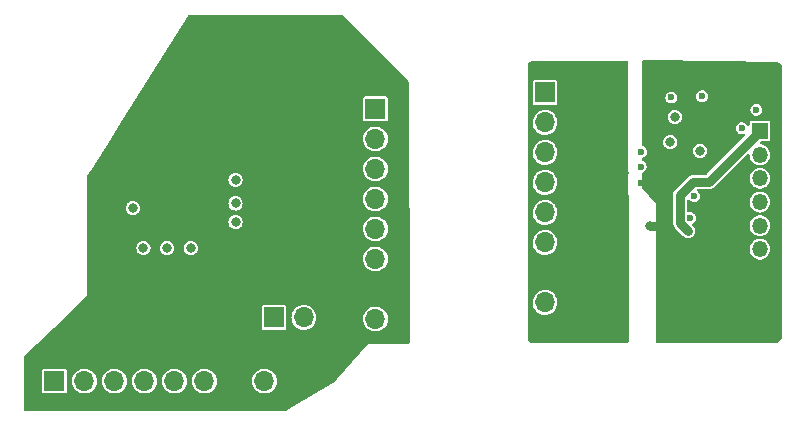
<source format=gbr>
%TF.GenerationSoftware,KiCad,Pcbnew,(6.0.8-1)-1*%
%TF.CreationDate,2022-11-22T09:59:05-05:00*%
%TF.ProjectId,encoder_driver,656e636f-6465-4725-9f64-72697665722e,rev?*%
%TF.SameCoordinates,Original*%
%TF.FileFunction,Copper,L3,Inr*%
%TF.FilePolarity,Positive*%
%FSLAX46Y46*%
G04 Gerber Fmt 4.6, Leading zero omitted, Abs format (unit mm)*
G04 Created by KiCad (PCBNEW (6.0.8-1)-1) date 2022-11-22 09:59:05*
%MOMM*%
%LPD*%
G01*
G04 APERTURE LIST*
%TA.AperFunction,ComponentPad*%
%ADD10R,1.700000X1.700000*%
%TD*%
%TA.AperFunction,ComponentPad*%
%ADD11O,1.700000X1.700000*%
%TD*%
%TA.AperFunction,ComponentPad*%
%ADD12R,1.350000X1.350000*%
%TD*%
%TA.AperFunction,ComponentPad*%
%ADD13O,1.350000X1.350000*%
%TD*%
%TA.AperFunction,ViaPad*%
%ADD14C,0.600000*%
%TD*%
%TA.AperFunction,ViaPad*%
%ADD15C,0.800000*%
%TD*%
%TA.AperFunction,Conductor*%
%ADD16C,0.200000*%
%TD*%
%TA.AperFunction,Conductor*%
%ADD17C,0.800000*%
%TD*%
G04 APERTURE END LIST*
D10*
%TO.N,IFA*%
%TO.C,J2*%
X94670000Y-97040000D03*
D11*
%TO.N,IFB*%
X97210000Y-97040000D03*
%TO.N,IFC*%
X99750000Y-97040000D03*
%TO.N,unconnected-(J2-Pad4)*%
X102290000Y-97040000D03*
%TO.N,TRM1*%
X104830000Y-97040000D03*
%TO.N,TRM2*%
X107370000Y-97040000D03*
%TO.N,GND*%
X109910000Y-97040000D03*
%TO.N,VIN*%
X112450000Y-97040000D03*
%TD*%
D10*
%TO.N,ASCLK*%
%TO.C,J5*%
X136200000Y-72605000D03*
D11*
%TO.N,ACSQ*%
X136200000Y-75145000D03*
%TO.N,AMOSI*%
X136200000Y-77685000D03*
%TO.N,AMISO*%
X136200000Y-80225000D03*
%TO.N,ATRM1*%
X136200000Y-82765000D03*
%TO.N,ATRM2*%
X136200000Y-85305000D03*
%TO.N,AGND*%
X136200000Y-87845000D03*
%TO.N,A+5V*%
X136200000Y-90385000D03*
%TD*%
D10*
%TO.N,SCK*%
%TO.C,J1*%
X121847906Y-73999302D03*
D11*
%TO.N,CSQ*%
X121847906Y-76539302D03*
%TO.N,MOSI*%
X121847906Y-79079302D03*
%TO.N,MISO*%
X121847906Y-81619302D03*
%TO.N,TRM1*%
X121847906Y-84159302D03*
%TO.N,TRM2*%
X121847906Y-86699302D03*
%TO.N,GND*%
X121847906Y-89239302D03*
%TO.N,VIN*%
X121847906Y-91779302D03*
%TD*%
D12*
%TO.N,B+5V*%
%TO.C,J4*%
X154400000Y-75880000D03*
D13*
%TO.N,BTEMP*%
X154400000Y-77880000D03*
%TO.N,BCSQ*%
X154400000Y-79880000D03*
%TO.N,BSCLK*%
X154400000Y-81880000D03*
%TO.N,BMISO*%
X154400000Y-83880000D03*
%TO.N,BMOSI*%
X154400000Y-85880000D03*
%TO.N,BGND*%
X154400000Y-87880000D03*
%TD*%
D10*
%TO.N,TRM1*%
%TO.C,J3*%
X113250000Y-91650000D03*
D11*
%TO.N,TRM2*%
X115790000Y-91650000D03*
%TD*%
D14*
%TO.N,BGND*%
X144303200Y-80250600D03*
D15*
X145125600Y-83933600D03*
%TO.N,B+5V*%
X148326000Y-84340000D03*
%TO.N,+5V*%
X101300000Y-82400000D03*
%TO.N,GND*%
X118650000Y-67400000D03*
X100650000Y-80800000D03*
X106756600Y-72313400D03*
X120050000Y-69200000D03*
%TO.N,AGND*%
X138800000Y-72680000D03*
X139000000Y-70680000D03*
X142879353Y-79401353D03*
X141214000Y-82358800D03*
X138525000Y-87005000D03*
D14*
X137000000Y-93080000D03*
D15*
X138800000Y-78280000D03*
%TO.N,BGND*%
X149600000Y-75280000D03*
X152800000Y-78880000D03*
X149690395Y-70507460D03*
D14*
X152625000Y-73055000D03*
D15*
X152600000Y-74680000D03*
X149000000Y-82480000D03*
%TO.N,+3V3*%
X147200000Y-74680000D03*
X146811576Y-76813332D03*
X149328926Y-77540413D03*
D14*
%TO.N,BMOSI*%
X148513587Y-83236642D03*
X144300000Y-78880000D03*
%TO.N,BMISO*%
X148800000Y-81380000D03*
X144350000Y-77630000D03*
%TO.N,BCSQ*%
X146900000Y-73030000D03*
X149500000Y-72930000D03*
X152850000Y-75630000D03*
%TO.N,BSCLK*%
X154100500Y-74080000D03*
D15*
%TO.N,Net-(R1-Pad1)*%
X102200000Y-85800000D03*
%TO.N,Net-(R2-Pad1)*%
X104200000Y-85800000D03*
%TO.N,Net-(R3-Pad1)*%
X106200000Y-85800000D03*
%TO.N,Net-(R4-Pad2)*%
X110000000Y-80000000D03*
%TO.N,Net-(R5-Pad2)*%
X110000000Y-82000000D03*
%TO.N,Net-(R6-Pad2)*%
X110000000Y-83600000D03*
%TD*%
D16*
%TO.N,BGND*%
X144897000Y-80250600D02*
X144947800Y-80301400D01*
X144303200Y-80250600D02*
X144897000Y-80250600D01*
D17*
X145125600Y-83933600D02*
X146141600Y-83933600D01*
%TO.N,B+5V*%
X150100000Y-80165786D02*
X154385786Y-75880000D01*
X148326000Y-84340000D02*
X147613587Y-83627587D01*
X147613587Y-81293620D02*
X148741421Y-80165786D01*
X147613587Y-83627587D02*
X147613587Y-81293620D01*
X148741421Y-80165786D02*
X150100000Y-80165786D01*
%TD*%
%TA.AperFunction,Conductor*%
%TO.N,AGND*%
G36*
X143190121Y-69973002D02*
G01*
X143236614Y-70026658D01*
X143248000Y-70079000D01*
X143248000Y-80553000D01*
X143248019Y-80553759D01*
X143248019Y-80553770D01*
X143282761Y-81951431D01*
X143282800Y-81954562D01*
X143282800Y-93693911D01*
X143262798Y-93762032D01*
X143209142Y-93808525D01*
X143156800Y-93819911D01*
X135080315Y-93819911D01*
X135012194Y-93799909D01*
X134991241Y-93783028D01*
X134859224Y-93651073D01*
X134773926Y-93565816D01*
X134739886Y-93503511D01*
X134737000Y-93476699D01*
X134737000Y-90370262D01*
X135144520Y-90370262D01*
X135161759Y-90575553D01*
X135218544Y-90773586D01*
X135221359Y-90779063D01*
X135221360Y-90779066D01*
X135242247Y-90819707D01*
X135312712Y-90956818D01*
X135440677Y-91118270D01*
X135597564Y-91251791D01*
X135777398Y-91352297D01*
X135872238Y-91383113D01*
X135967471Y-91414056D01*
X135967475Y-91414057D01*
X135973329Y-91415959D01*
X136177894Y-91440351D01*
X136184029Y-91439879D01*
X136184031Y-91439879D01*
X136240039Y-91435569D01*
X136383300Y-91424546D01*
X136389230Y-91422890D01*
X136389232Y-91422890D01*
X136575797Y-91370800D01*
X136575796Y-91370800D01*
X136581725Y-91369145D01*
X136587214Y-91366372D01*
X136587220Y-91366370D01*
X136760116Y-91279033D01*
X136765610Y-91276258D01*
X136927951Y-91149424D01*
X137062564Y-90993472D01*
X137083387Y-90956818D01*
X137161276Y-90819707D01*
X137164323Y-90814344D01*
X137229351Y-90618863D01*
X137255171Y-90414474D01*
X137255583Y-90385000D01*
X137235480Y-90179970D01*
X137175935Y-89982749D01*
X137079218Y-89800849D01*
X137005859Y-89710902D01*
X136952906Y-89645975D01*
X136952903Y-89645972D01*
X136949011Y-89641200D01*
X136931786Y-89626950D01*
X136795025Y-89513811D01*
X136795021Y-89513809D01*
X136790275Y-89509882D01*
X136609055Y-89411897D01*
X136412254Y-89350977D01*
X136406129Y-89350333D01*
X136406128Y-89350333D01*
X136213498Y-89330087D01*
X136213496Y-89330087D01*
X136207369Y-89329443D01*
X136120529Y-89337346D01*
X136008342Y-89347555D01*
X136008339Y-89347556D01*
X136002203Y-89348114D01*
X135804572Y-89406280D01*
X135622002Y-89501726D01*
X135617201Y-89505586D01*
X135617198Y-89505588D01*
X135606971Y-89513811D01*
X135461447Y-89630815D01*
X135329024Y-89788630D01*
X135326056Y-89794028D01*
X135326053Y-89794033D01*
X135319315Y-89806290D01*
X135229776Y-89969162D01*
X135167484Y-90165532D01*
X135166798Y-90171649D01*
X135166797Y-90171653D01*
X135145207Y-90364137D01*
X135144520Y-90370262D01*
X134737000Y-90370262D01*
X134737000Y-85290262D01*
X135144520Y-85290262D01*
X135161759Y-85495553D01*
X135218544Y-85693586D01*
X135221359Y-85699063D01*
X135221360Y-85699066D01*
X135242247Y-85739707D01*
X135312712Y-85876818D01*
X135440677Y-86038270D01*
X135597564Y-86171791D01*
X135777398Y-86272297D01*
X135872238Y-86303113D01*
X135967471Y-86334056D01*
X135967475Y-86334057D01*
X135973329Y-86335959D01*
X136177894Y-86360351D01*
X136184029Y-86359879D01*
X136184031Y-86359879D01*
X136240039Y-86355569D01*
X136383300Y-86344546D01*
X136389230Y-86342890D01*
X136389232Y-86342890D01*
X136575797Y-86290800D01*
X136575796Y-86290800D01*
X136581725Y-86289145D01*
X136587214Y-86286372D01*
X136587220Y-86286370D01*
X136760116Y-86199033D01*
X136765610Y-86196258D01*
X136927951Y-86069424D01*
X137062564Y-85913472D01*
X137083387Y-85876818D01*
X137161276Y-85739707D01*
X137164323Y-85734344D01*
X137229351Y-85538863D01*
X137255171Y-85334474D01*
X137255583Y-85305000D01*
X137235480Y-85099970D01*
X137175935Y-84902749D01*
X137079218Y-84720849D01*
X136981634Y-84601199D01*
X136952906Y-84565975D01*
X136952903Y-84565972D01*
X136949011Y-84561200D01*
X136944262Y-84557271D01*
X136795025Y-84433811D01*
X136795021Y-84433809D01*
X136790275Y-84429882D01*
X136609055Y-84331897D01*
X136412254Y-84270977D01*
X136406129Y-84270333D01*
X136406128Y-84270333D01*
X136213498Y-84250087D01*
X136213496Y-84250087D01*
X136207369Y-84249443D01*
X136120529Y-84257346D01*
X136008342Y-84267555D01*
X136008339Y-84267556D01*
X136002203Y-84268114D01*
X135804572Y-84326280D01*
X135622002Y-84421726D01*
X135617201Y-84425586D01*
X135617198Y-84425588D01*
X135606971Y-84433811D01*
X135461447Y-84550815D01*
X135329024Y-84708630D01*
X135326056Y-84714028D01*
X135326053Y-84714033D01*
X135236376Y-84877156D01*
X135229776Y-84889162D01*
X135167484Y-85085532D01*
X135166798Y-85091649D01*
X135166797Y-85091653D01*
X135145207Y-85284137D01*
X135144520Y-85290262D01*
X134737000Y-85290262D01*
X134737000Y-82750262D01*
X135144520Y-82750262D01*
X135161759Y-82955553D01*
X135218544Y-83153586D01*
X135221359Y-83159063D01*
X135221360Y-83159066D01*
X135242247Y-83199707D01*
X135312712Y-83336818D01*
X135440677Y-83498270D01*
X135597564Y-83631791D01*
X135777398Y-83732297D01*
X135872238Y-83763113D01*
X135967471Y-83794056D01*
X135967475Y-83794057D01*
X135973329Y-83795959D01*
X136177894Y-83820351D01*
X136184029Y-83819879D01*
X136184031Y-83819879D01*
X136240039Y-83815569D01*
X136383300Y-83804546D01*
X136389230Y-83802890D01*
X136389232Y-83802890D01*
X136575797Y-83750800D01*
X136575796Y-83750800D01*
X136581725Y-83749145D01*
X136587214Y-83746372D01*
X136587220Y-83746370D01*
X136760116Y-83659033D01*
X136765610Y-83656258D01*
X136927951Y-83529424D01*
X137062564Y-83373472D01*
X137083387Y-83336818D01*
X137161276Y-83199707D01*
X137164323Y-83194344D01*
X137229351Y-82998863D01*
X137255171Y-82794474D01*
X137255583Y-82765000D01*
X137235480Y-82559970D01*
X137175935Y-82362749D01*
X137079218Y-82180849D01*
X137005859Y-82090902D01*
X136952906Y-82025975D01*
X136952903Y-82025972D01*
X136949011Y-82021200D01*
X136864675Y-81951431D01*
X136795025Y-81893811D01*
X136795021Y-81893809D01*
X136790275Y-81889882D01*
X136609055Y-81791897D01*
X136412254Y-81730977D01*
X136406129Y-81730333D01*
X136406128Y-81730333D01*
X136213498Y-81710087D01*
X136213496Y-81710087D01*
X136207369Y-81709443D01*
X136120529Y-81717346D01*
X136008342Y-81727555D01*
X136008339Y-81727556D01*
X136002203Y-81728114D01*
X135804572Y-81786280D01*
X135622002Y-81881726D01*
X135617201Y-81885586D01*
X135617198Y-81885588D01*
X135606971Y-81893811D01*
X135461447Y-82010815D01*
X135329024Y-82168630D01*
X135326056Y-82174028D01*
X135326053Y-82174033D01*
X135319315Y-82186290D01*
X135229776Y-82349162D01*
X135167484Y-82545532D01*
X135166798Y-82551649D01*
X135166797Y-82551653D01*
X135145207Y-82744137D01*
X135144520Y-82750262D01*
X134737000Y-82750262D01*
X134737000Y-80210262D01*
X135144520Y-80210262D01*
X135161759Y-80415553D01*
X135218544Y-80613586D01*
X135221359Y-80619063D01*
X135221360Y-80619066D01*
X135242247Y-80659707D01*
X135312712Y-80796818D01*
X135440677Y-80958270D01*
X135597564Y-81091791D01*
X135777398Y-81192297D01*
X135872238Y-81223113D01*
X135967471Y-81254056D01*
X135967475Y-81254057D01*
X135973329Y-81255959D01*
X136177894Y-81280351D01*
X136184029Y-81279879D01*
X136184031Y-81279879D01*
X136240039Y-81275569D01*
X136383300Y-81264546D01*
X136389230Y-81262890D01*
X136389232Y-81262890D01*
X136575797Y-81210800D01*
X136575796Y-81210800D01*
X136581725Y-81209145D01*
X136587214Y-81206372D01*
X136587220Y-81206370D01*
X136760116Y-81119033D01*
X136765610Y-81116258D01*
X136927951Y-80989424D01*
X137062564Y-80833472D01*
X137083387Y-80796818D01*
X137161276Y-80659707D01*
X137164323Y-80654344D01*
X137229351Y-80458863D01*
X137255171Y-80254474D01*
X137255583Y-80225000D01*
X137235480Y-80019970D01*
X137175935Y-79822749D01*
X137079218Y-79640849D01*
X136960768Y-79495615D01*
X136952906Y-79485975D01*
X136952903Y-79485972D01*
X136949011Y-79481200D01*
X136931786Y-79466950D01*
X136795025Y-79353811D01*
X136795021Y-79353809D01*
X136790275Y-79349882D01*
X136609055Y-79251897D01*
X136412254Y-79190977D01*
X136406129Y-79190333D01*
X136406128Y-79190333D01*
X136213498Y-79170087D01*
X136213496Y-79170087D01*
X136207369Y-79169443D01*
X136120529Y-79177346D01*
X136008342Y-79187555D01*
X136008339Y-79187556D01*
X136002203Y-79188114D01*
X135804572Y-79246280D01*
X135622002Y-79341726D01*
X135617201Y-79345586D01*
X135617198Y-79345588D01*
X135466254Y-79466950D01*
X135461447Y-79470815D01*
X135329024Y-79628630D01*
X135326056Y-79634028D01*
X135326053Y-79634033D01*
X135241825Y-79787244D01*
X135229776Y-79809162D01*
X135167484Y-80005532D01*
X135166798Y-80011649D01*
X135166797Y-80011653D01*
X135145207Y-80204137D01*
X135144520Y-80210262D01*
X134737000Y-80210262D01*
X134737000Y-77670262D01*
X135144520Y-77670262D01*
X135161759Y-77875553D01*
X135218544Y-78073586D01*
X135221359Y-78079063D01*
X135221360Y-78079066D01*
X135242247Y-78119707D01*
X135312712Y-78256818D01*
X135440677Y-78418270D01*
X135597564Y-78551791D01*
X135777398Y-78652297D01*
X135872238Y-78683113D01*
X135967471Y-78714056D01*
X135967475Y-78714057D01*
X135973329Y-78715959D01*
X136177894Y-78740351D01*
X136184029Y-78739879D01*
X136184031Y-78739879D01*
X136240039Y-78735569D01*
X136383300Y-78724546D01*
X136389230Y-78722890D01*
X136389232Y-78722890D01*
X136575797Y-78670800D01*
X136575796Y-78670800D01*
X136581725Y-78669145D01*
X136587214Y-78666372D01*
X136587220Y-78666370D01*
X136760116Y-78579033D01*
X136765610Y-78576258D01*
X136927951Y-78449424D01*
X137062564Y-78293472D01*
X137083387Y-78256818D01*
X137161276Y-78119707D01*
X137164323Y-78114344D01*
X137229351Y-77918863D01*
X137255171Y-77714474D01*
X137255583Y-77685000D01*
X137235480Y-77479970D01*
X137175935Y-77282749D01*
X137079218Y-77100849D01*
X137005859Y-77010902D01*
X136952906Y-76945975D01*
X136952903Y-76945972D01*
X136949011Y-76941200D01*
X136931786Y-76926950D01*
X136795025Y-76813811D01*
X136795021Y-76813809D01*
X136790275Y-76809882D01*
X136609055Y-76711897D01*
X136412254Y-76650977D01*
X136406129Y-76650333D01*
X136406128Y-76650333D01*
X136213498Y-76630087D01*
X136213496Y-76630087D01*
X136207369Y-76629443D01*
X136120529Y-76637346D01*
X136008342Y-76647555D01*
X136008339Y-76647556D01*
X136002203Y-76648114D01*
X135804572Y-76706280D01*
X135622002Y-76801726D01*
X135617201Y-76805586D01*
X135617198Y-76805588D01*
X135606971Y-76813811D01*
X135461447Y-76930815D01*
X135329024Y-77088630D01*
X135326056Y-77094028D01*
X135326053Y-77094033D01*
X135319315Y-77106290D01*
X135229776Y-77269162D01*
X135167484Y-77465532D01*
X135166798Y-77471649D01*
X135166797Y-77471653D01*
X135145207Y-77664137D01*
X135144520Y-77670262D01*
X134737000Y-77670262D01*
X134737000Y-75130262D01*
X135144520Y-75130262D01*
X135161759Y-75335553D01*
X135218544Y-75533586D01*
X135221359Y-75539063D01*
X135221360Y-75539066D01*
X135242247Y-75579707D01*
X135312712Y-75716818D01*
X135440677Y-75878270D01*
X135597564Y-76011791D01*
X135777398Y-76112297D01*
X135872238Y-76143113D01*
X135967471Y-76174056D01*
X135967475Y-76174057D01*
X135973329Y-76175959D01*
X136177894Y-76200351D01*
X136184029Y-76199879D01*
X136184031Y-76199879D01*
X136240039Y-76195569D01*
X136383300Y-76184546D01*
X136389230Y-76182890D01*
X136389232Y-76182890D01*
X136575797Y-76130800D01*
X136575796Y-76130800D01*
X136581725Y-76129145D01*
X136587214Y-76126372D01*
X136587220Y-76126370D01*
X136760116Y-76039033D01*
X136765610Y-76036258D01*
X136927951Y-75909424D01*
X137062564Y-75753472D01*
X137083387Y-75716818D01*
X137161276Y-75579707D01*
X137164323Y-75574344D01*
X137229351Y-75378863D01*
X137255171Y-75174474D01*
X137255583Y-75145000D01*
X137235480Y-74939970D01*
X137175935Y-74742749D01*
X137079218Y-74560849D01*
X137005859Y-74470902D01*
X136952906Y-74405975D01*
X136952903Y-74405972D01*
X136949011Y-74401200D01*
X136931786Y-74386950D01*
X136795025Y-74273811D01*
X136795021Y-74273809D01*
X136790275Y-74269882D01*
X136609055Y-74171897D01*
X136412254Y-74110977D01*
X136406129Y-74110333D01*
X136406128Y-74110333D01*
X136213498Y-74090087D01*
X136213496Y-74090087D01*
X136207369Y-74089443D01*
X136120529Y-74097346D01*
X136008342Y-74107555D01*
X136008339Y-74107556D01*
X136002203Y-74108114D01*
X135804572Y-74166280D01*
X135622002Y-74261726D01*
X135617201Y-74265586D01*
X135617198Y-74265588D01*
X135606971Y-74273811D01*
X135461447Y-74390815D01*
X135329024Y-74548630D01*
X135326056Y-74554028D01*
X135326053Y-74554033D01*
X135319315Y-74566290D01*
X135229776Y-74729162D01*
X135167484Y-74925532D01*
X135166798Y-74931649D01*
X135166797Y-74931653D01*
X135145207Y-75124137D01*
X135144520Y-75130262D01*
X134737000Y-75130262D01*
X134737000Y-73474748D01*
X135149500Y-73474748D01*
X135161133Y-73533231D01*
X135205448Y-73599552D01*
X135271769Y-73643867D01*
X135283938Y-73646288D01*
X135283939Y-73646288D01*
X135324184Y-73654293D01*
X135330252Y-73655500D01*
X137069748Y-73655500D01*
X137075816Y-73654293D01*
X137116061Y-73646288D01*
X137116062Y-73646288D01*
X137128231Y-73643867D01*
X137194552Y-73599552D01*
X137238867Y-73533231D01*
X137250500Y-73474748D01*
X137250500Y-71735252D01*
X137238867Y-71676769D01*
X137194552Y-71610448D01*
X137128231Y-71566133D01*
X137116062Y-71563712D01*
X137116061Y-71563712D01*
X137075816Y-71555707D01*
X137069748Y-71554500D01*
X135330252Y-71554500D01*
X135324184Y-71555707D01*
X135283939Y-71563712D01*
X135283938Y-71563712D01*
X135271769Y-71566133D01*
X135205448Y-71610448D01*
X135161133Y-71676769D01*
X135149500Y-71735252D01*
X135149500Y-73474748D01*
X134737000Y-73474748D01*
X134737000Y-70237259D01*
X134757002Y-70169138D01*
X134773905Y-70148164D01*
X134932164Y-69989905D01*
X134994476Y-69955879D01*
X135021259Y-69953000D01*
X143122000Y-69953000D01*
X143190121Y-69973002D01*
G37*
%TD.AperFunction*%
%TD*%
%TA.AperFunction,Conductor*%
%TO.N,GND*%
G36*
X119097411Y-66057283D02*
G01*
X119119170Y-66074977D01*
X124646131Y-71700634D01*
X124679604Y-71763245D01*
X124682251Y-71788654D01*
X124729720Y-92817192D01*
X124731850Y-93760997D01*
X124712001Y-93829162D01*
X124658451Y-93875776D01*
X124605850Y-93887281D01*
X121182135Y-93887281D01*
X118596929Y-96829068D01*
X118295340Y-97172255D01*
X118264929Y-97197477D01*
X114762226Y-99273153D01*
X114261840Y-99569678D01*
X114197605Y-99587281D01*
X92208135Y-99587281D01*
X92140014Y-99567279D01*
X92093521Y-99513623D01*
X92082135Y-99461281D01*
X92082135Y-97909748D01*
X93619500Y-97909748D01*
X93620707Y-97915816D01*
X93624331Y-97934033D01*
X93631133Y-97968231D01*
X93675448Y-98034552D01*
X93741769Y-98078867D01*
X93753938Y-98081288D01*
X93753939Y-98081288D01*
X93794184Y-98089293D01*
X93800252Y-98090500D01*
X95539748Y-98090500D01*
X95545816Y-98089293D01*
X95586061Y-98081288D01*
X95586062Y-98081288D01*
X95598231Y-98078867D01*
X95664552Y-98034552D01*
X95708867Y-97968231D01*
X95715670Y-97934033D01*
X95719293Y-97915816D01*
X95720500Y-97909748D01*
X95720500Y-97025262D01*
X96154520Y-97025262D01*
X96155036Y-97031406D01*
X96166864Y-97172255D01*
X96171759Y-97230553D01*
X96228544Y-97428586D01*
X96231359Y-97434063D01*
X96231360Y-97434066D01*
X96252247Y-97474707D01*
X96322712Y-97611818D01*
X96450677Y-97773270D01*
X96607564Y-97906791D01*
X96787398Y-98007297D01*
X96871280Y-98034552D01*
X96977471Y-98069056D01*
X96977475Y-98069057D01*
X96983329Y-98070959D01*
X97187894Y-98095351D01*
X97194029Y-98094879D01*
X97194031Y-98094879D01*
X97266625Y-98089293D01*
X97393300Y-98079546D01*
X97399230Y-98077890D01*
X97399232Y-98077890D01*
X97585797Y-98025800D01*
X97585796Y-98025800D01*
X97591725Y-98024145D01*
X97597214Y-98021372D01*
X97597220Y-98021370D01*
X97770116Y-97934033D01*
X97775610Y-97931258D01*
X97937951Y-97804424D01*
X98072564Y-97648472D01*
X98093387Y-97611818D01*
X98171276Y-97474707D01*
X98174323Y-97469344D01*
X98239351Y-97273863D01*
X98265171Y-97069474D01*
X98265583Y-97040000D01*
X98264138Y-97025262D01*
X98694520Y-97025262D01*
X98695036Y-97031406D01*
X98706864Y-97172255D01*
X98711759Y-97230553D01*
X98768544Y-97428586D01*
X98771359Y-97434063D01*
X98771360Y-97434066D01*
X98792247Y-97474707D01*
X98862712Y-97611818D01*
X98990677Y-97773270D01*
X99147564Y-97906791D01*
X99327398Y-98007297D01*
X99411280Y-98034552D01*
X99517471Y-98069056D01*
X99517475Y-98069057D01*
X99523329Y-98070959D01*
X99727894Y-98095351D01*
X99734029Y-98094879D01*
X99734031Y-98094879D01*
X99806625Y-98089293D01*
X99933300Y-98079546D01*
X99939230Y-98077890D01*
X99939232Y-98077890D01*
X100125797Y-98025800D01*
X100125796Y-98025800D01*
X100131725Y-98024145D01*
X100137214Y-98021372D01*
X100137220Y-98021370D01*
X100310116Y-97934033D01*
X100315610Y-97931258D01*
X100477951Y-97804424D01*
X100612564Y-97648472D01*
X100633387Y-97611818D01*
X100711276Y-97474707D01*
X100714323Y-97469344D01*
X100779351Y-97273863D01*
X100805171Y-97069474D01*
X100805583Y-97040000D01*
X100804138Y-97025262D01*
X101234520Y-97025262D01*
X101235036Y-97031406D01*
X101246864Y-97172255D01*
X101251759Y-97230553D01*
X101308544Y-97428586D01*
X101311359Y-97434063D01*
X101311360Y-97434066D01*
X101332247Y-97474707D01*
X101402712Y-97611818D01*
X101530677Y-97773270D01*
X101687564Y-97906791D01*
X101867398Y-98007297D01*
X101951280Y-98034552D01*
X102057471Y-98069056D01*
X102057475Y-98069057D01*
X102063329Y-98070959D01*
X102267894Y-98095351D01*
X102274029Y-98094879D01*
X102274031Y-98094879D01*
X102346625Y-98089293D01*
X102473300Y-98079546D01*
X102479230Y-98077890D01*
X102479232Y-98077890D01*
X102665797Y-98025800D01*
X102665796Y-98025800D01*
X102671725Y-98024145D01*
X102677214Y-98021372D01*
X102677220Y-98021370D01*
X102850116Y-97934033D01*
X102855610Y-97931258D01*
X103017951Y-97804424D01*
X103152564Y-97648472D01*
X103173387Y-97611818D01*
X103251276Y-97474707D01*
X103254323Y-97469344D01*
X103319351Y-97273863D01*
X103345171Y-97069474D01*
X103345583Y-97040000D01*
X103344138Y-97025262D01*
X103774520Y-97025262D01*
X103775036Y-97031406D01*
X103786864Y-97172255D01*
X103791759Y-97230553D01*
X103848544Y-97428586D01*
X103851359Y-97434063D01*
X103851360Y-97434066D01*
X103872247Y-97474707D01*
X103942712Y-97611818D01*
X104070677Y-97773270D01*
X104227564Y-97906791D01*
X104407398Y-98007297D01*
X104491280Y-98034552D01*
X104597471Y-98069056D01*
X104597475Y-98069057D01*
X104603329Y-98070959D01*
X104807894Y-98095351D01*
X104814029Y-98094879D01*
X104814031Y-98094879D01*
X104886625Y-98089293D01*
X105013300Y-98079546D01*
X105019230Y-98077890D01*
X105019232Y-98077890D01*
X105205797Y-98025800D01*
X105205796Y-98025800D01*
X105211725Y-98024145D01*
X105217214Y-98021372D01*
X105217220Y-98021370D01*
X105390116Y-97934033D01*
X105395610Y-97931258D01*
X105557951Y-97804424D01*
X105692564Y-97648472D01*
X105713387Y-97611818D01*
X105791276Y-97474707D01*
X105794323Y-97469344D01*
X105859351Y-97273863D01*
X105885171Y-97069474D01*
X105885583Y-97040000D01*
X105884138Y-97025262D01*
X106314520Y-97025262D01*
X106315036Y-97031406D01*
X106326864Y-97172255D01*
X106331759Y-97230553D01*
X106388544Y-97428586D01*
X106391359Y-97434063D01*
X106391360Y-97434066D01*
X106412247Y-97474707D01*
X106482712Y-97611818D01*
X106610677Y-97773270D01*
X106767564Y-97906791D01*
X106947398Y-98007297D01*
X107031280Y-98034552D01*
X107137471Y-98069056D01*
X107137475Y-98069057D01*
X107143329Y-98070959D01*
X107347894Y-98095351D01*
X107354029Y-98094879D01*
X107354031Y-98094879D01*
X107426625Y-98089293D01*
X107553300Y-98079546D01*
X107559230Y-98077890D01*
X107559232Y-98077890D01*
X107745797Y-98025800D01*
X107745796Y-98025800D01*
X107751725Y-98024145D01*
X107757214Y-98021372D01*
X107757220Y-98021370D01*
X107930116Y-97934033D01*
X107935610Y-97931258D01*
X108097951Y-97804424D01*
X108232564Y-97648472D01*
X108253387Y-97611818D01*
X108331276Y-97474707D01*
X108334323Y-97469344D01*
X108399351Y-97273863D01*
X108425171Y-97069474D01*
X108425583Y-97040000D01*
X108424138Y-97025262D01*
X111394520Y-97025262D01*
X111395036Y-97031406D01*
X111406864Y-97172255D01*
X111411759Y-97230553D01*
X111468544Y-97428586D01*
X111471359Y-97434063D01*
X111471360Y-97434066D01*
X111492247Y-97474707D01*
X111562712Y-97611818D01*
X111690677Y-97773270D01*
X111847564Y-97906791D01*
X112027398Y-98007297D01*
X112111280Y-98034552D01*
X112217471Y-98069056D01*
X112217475Y-98069057D01*
X112223329Y-98070959D01*
X112427894Y-98095351D01*
X112434029Y-98094879D01*
X112434031Y-98094879D01*
X112506625Y-98089293D01*
X112633300Y-98079546D01*
X112639230Y-98077890D01*
X112639232Y-98077890D01*
X112825797Y-98025800D01*
X112825796Y-98025800D01*
X112831725Y-98024145D01*
X112837214Y-98021372D01*
X112837220Y-98021370D01*
X113010116Y-97934033D01*
X113015610Y-97931258D01*
X113177951Y-97804424D01*
X113312564Y-97648472D01*
X113333387Y-97611818D01*
X113411276Y-97474707D01*
X113414323Y-97469344D01*
X113479351Y-97273863D01*
X113505171Y-97069474D01*
X113505583Y-97040000D01*
X113485480Y-96834970D01*
X113425935Y-96637749D01*
X113329218Y-96455849D01*
X113255859Y-96365902D01*
X113202906Y-96300975D01*
X113202903Y-96300972D01*
X113199011Y-96296200D01*
X113181786Y-96281950D01*
X113045025Y-96168811D01*
X113045021Y-96168809D01*
X113040275Y-96164882D01*
X112859055Y-96066897D01*
X112662254Y-96005977D01*
X112656129Y-96005333D01*
X112656128Y-96005333D01*
X112463498Y-95985087D01*
X112463496Y-95985087D01*
X112457369Y-95984443D01*
X112370529Y-95992346D01*
X112258342Y-96002555D01*
X112258339Y-96002556D01*
X112252203Y-96003114D01*
X112054572Y-96061280D01*
X111872002Y-96156726D01*
X111867201Y-96160586D01*
X111867198Y-96160588D01*
X111716254Y-96281950D01*
X111711447Y-96285815D01*
X111579024Y-96443630D01*
X111576056Y-96449028D01*
X111576053Y-96449033D01*
X111569315Y-96461290D01*
X111479776Y-96624162D01*
X111417484Y-96820532D01*
X111416798Y-96826649D01*
X111416797Y-96826653D01*
X111395207Y-97019137D01*
X111394520Y-97025262D01*
X108424138Y-97025262D01*
X108405480Y-96834970D01*
X108345935Y-96637749D01*
X108249218Y-96455849D01*
X108175859Y-96365902D01*
X108122906Y-96300975D01*
X108122903Y-96300972D01*
X108119011Y-96296200D01*
X108101786Y-96281950D01*
X107965025Y-96168811D01*
X107965021Y-96168809D01*
X107960275Y-96164882D01*
X107779055Y-96066897D01*
X107582254Y-96005977D01*
X107576129Y-96005333D01*
X107576128Y-96005333D01*
X107383498Y-95985087D01*
X107383496Y-95985087D01*
X107377369Y-95984443D01*
X107290529Y-95992346D01*
X107178342Y-96002555D01*
X107178339Y-96002556D01*
X107172203Y-96003114D01*
X106974572Y-96061280D01*
X106792002Y-96156726D01*
X106787201Y-96160586D01*
X106787198Y-96160588D01*
X106636254Y-96281950D01*
X106631447Y-96285815D01*
X106499024Y-96443630D01*
X106496056Y-96449028D01*
X106496053Y-96449033D01*
X106489315Y-96461290D01*
X106399776Y-96624162D01*
X106337484Y-96820532D01*
X106336798Y-96826649D01*
X106336797Y-96826653D01*
X106315207Y-97019137D01*
X106314520Y-97025262D01*
X105884138Y-97025262D01*
X105865480Y-96834970D01*
X105805935Y-96637749D01*
X105709218Y-96455849D01*
X105635859Y-96365902D01*
X105582906Y-96300975D01*
X105582903Y-96300972D01*
X105579011Y-96296200D01*
X105561786Y-96281950D01*
X105425025Y-96168811D01*
X105425021Y-96168809D01*
X105420275Y-96164882D01*
X105239055Y-96066897D01*
X105042254Y-96005977D01*
X105036129Y-96005333D01*
X105036128Y-96005333D01*
X104843498Y-95985087D01*
X104843496Y-95985087D01*
X104837369Y-95984443D01*
X104750529Y-95992346D01*
X104638342Y-96002555D01*
X104638339Y-96002556D01*
X104632203Y-96003114D01*
X104434572Y-96061280D01*
X104252002Y-96156726D01*
X104247201Y-96160586D01*
X104247198Y-96160588D01*
X104096254Y-96281950D01*
X104091447Y-96285815D01*
X103959024Y-96443630D01*
X103956056Y-96449028D01*
X103956053Y-96449033D01*
X103949315Y-96461290D01*
X103859776Y-96624162D01*
X103797484Y-96820532D01*
X103796798Y-96826649D01*
X103796797Y-96826653D01*
X103775207Y-97019137D01*
X103774520Y-97025262D01*
X103344138Y-97025262D01*
X103325480Y-96834970D01*
X103265935Y-96637749D01*
X103169218Y-96455849D01*
X103095859Y-96365902D01*
X103042906Y-96300975D01*
X103042903Y-96300972D01*
X103039011Y-96296200D01*
X103021786Y-96281950D01*
X102885025Y-96168811D01*
X102885021Y-96168809D01*
X102880275Y-96164882D01*
X102699055Y-96066897D01*
X102502254Y-96005977D01*
X102496129Y-96005333D01*
X102496128Y-96005333D01*
X102303498Y-95985087D01*
X102303496Y-95985087D01*
X102297369Y-95984443D01*
X102210529Y-95992346D01*
X102098342Y-96002555D01*
X102098339Y-96002556D01*
X102092203Y-96003114D01*
X101894572Y-96061280D01*
X101712002Y-96156726D01*
X101707201Y-96160586D01*
X101707198Y-96160588D01*
X101556254Y-96281950D01*
X101551447Y-96285815D01*
X101419024Y-96443630D01*
X101416056Y-96449028D01*
X101416053Y-96449033D01*
X101409315Y-96461290D01*
X101319776Y-96624162D01*
X101257484Y-96820532D01*
X101256798Y-96826649D01*
X101256797Y-96826653D01*
X101235207Y-97019137D01*
X101234520Y-97025262D01*
X100804138Y-97025262D01*
X100785480Y-96834970D01*
X100725935Y-96637749D01*
X100629218Y-96455849D01*
X100555859Y-96365902D01*
X100502906Y-96300975D01*
X100502903Y-96300972D01*
X100499011Y-96296200D01*
X100481786Y-96281950D01*
X100345025Y-96168811D01*
X100345021Y-96168809D01*
X100340275Y-96164882D01*
X100159055Y-96066897D01*
X99962254Y-96005977D01*
X99956129Y-96005333D01*
X99956128Y-96005333D01*
X99763498Y-95985087D01*
X99763496Y-95985087D01*
X99757369Y-95984443D01*
X99670529Y-95992346D01*
X99558342Y-96002555D01*
X99558339Y-96002556D01*
X99552203Y-96003114D01*
X99354572Y-96061280D01*
X99172002Y-96156726D01*
X99167201Y-96160586D01*
X99167198Y-96160588D01*
X99016254Y-96281950D01*
X99011447Y-96285815D01*
X98879024Y-96443630D01*
X98876056Y-96449028D01*
X98876053Y-96449033D01*
X98869315Y-96461290D01*
X98779776Y-96624162D01*
X98717484Y-96820532D01*
X98716798Y-96826649D01*
X98716797Y-96826653D01*
X98695207Y-97019137D01*
X98694520Y-97025262D01*
X98264138Y-97025262D01*
X98245480Y-96834970D01*
X98185935Y-96637749D01*
X98089218Y-96455849D01*
X98015859Y-96365902D01*
X97962906Y-96300975D01*
X97962903Y-96300972D01*
X97959011Y-96296200D01*
X97941786Y-96281950D01*
X97805025Y-96168811D01*
X97805021Y-96168809D01*
X97800275Y-96164882D01*
X97619055Y-96066897D01*
X97422254Y-96005977D01*
X97416129Y-96005333D01*
X97416128Y-96005333D01*
X97223498Y-95985087D01*
X97223496Y-95985087D01*
X97217369Y-95984443D01*
X97130529Y-95992346D01*
X97018342Y-96002555D01*
X97018339Y-96002556D01*
X97012203Y-96003114D01*
X96814572Y-96061280D01*
X96632002Y-96156726D01*
X96627201Y-96160586D01*
X96627198Y-96160588D01*
X96476254Y-96281950D01*
X96471447Y-96285815D01*
X96339024Y-96443630D01*
X96336056Y-96449028D01*
X96336053Y-96449033D01*
X96329315Y-96461290D01*
X96239776Y-96624162D01*
X96177484Y-96820532D01*
X96176798Y-96826649D01*
X96176797Y-96826653D01*
X96155207Y-97019137D01*
X96154520Y-97025262D01*
X95720500Y-97025262D01*
X95720500Y-96170252D01*
X95708867Y-96111769D01*
X95664552Y-96045448D01*
X95598231Y-96001133D01*
X95586062Y-95998712D01*
X95586061Y-95998712D01*
X95545816Y-95990707D01*
X95539748Y-95989500D01*
X93800252Y-95989500D01*
X93794184Y-95990707D01*
X93753939Y-95998712D01*
X93753938Y-95998712D01*
X93741769Y-96001133D01*
X93675448Y-96045448D01*
X93631133Y-96111769D01*
X93619500Y-96170252D01*
X93619500Y-97909748D01*
X92082135Y-97909748D01*
X92082135Y-94991246D01*
X92102137Y-94923125D01*
X92121196Y-94900045D01*
X93195675Y-93875776D01*
X94315417Y-92808358D01*
X94618175Y-92519748D01*
X112199500Y-92519748D01*
X112200707Y-92525816D01*
X112204331Y-92544033D01*
X112211133Y-92578231D01*
X112255448Y-92644552D01*
X112321769Y-92688867D01*
X112333938Y-92691288D01*
X112333939Y-92691288D01*
X112374184Y-92699293D01*
X112380252Y-92700500D01*
X114119748Y-92700500D01*
X114125816Y-92699293D01*
X114166061Y-92691288D01*
X114166062Y-92691288D01*
X114178231Y-92688867D01*
X114244552Y-92644552D01*
X114288867Y-92578231D01*
X114295670Y-92544033D01*
X114299293Y-92525816D01*
X114300500Y-92519748D01*
X114300500Y-91635262D01*
X114734520Y-91635262D01*
X114735036Y-91641406D01*
X114749091Y-91808776D01*
X114751759Y-91840553D01*
X114753458Y-91846478D01*
X114802933Y-92019017D01*
X114808544Y-92038586D01*
X114811359Y-92044063D01*
X114811360Y-92044066D01*
X114898699Y-92214009D01*
X114902712Y-92221818D01*
X115030677Y-92383270D01*
X115035370Y-92387264D01*
X115035371Y-92387265D01*
X115182607Y-92512572D01*
X115187564Y-92516791D01*
X115367398Y-92617297D01*
X115443734Y-92642100D01*
X115557471Y-92679056D01*
X115557475Y-92679057D01*
X115563329Y-92680959D01*
X115767894Y-92705351D01*
X115774029Y-92704879D01*
X115774031Y-92704879D01*
X115846625Y-92699293D01*
X115973300Y-92689546D01*
X115979230Y-92687890D01*
X115979232Y-92687890D01*
X116165797Y-92635800D01*
X116165796Y-92635800D01*
X116171725Y-92634145D01*
X116177214Y-92631372D01*
X116177220Y-92631370D01*
X116350116Y-92544033D01*
X116355610Y-92541258D01*
X116517951Y-92414424D01*
X116536931Y-92392436D01*
X116648540Y-92263134D01*
X116648540Y-92263133D01*
X116652564Y-92258472D01*
X116673387Y-92221818D01*
X116751276Y-92084707D01*
X116754323Y-92079344D01*
X116819351Y-91883863D01*
X116834422Y-91764564D01*
X120792426Y-91764564D01*
X120809665Y-91969855D01*
X120866450Y-92167888D01*
X120869265Y-92173365D01*
X120869266Y-92173368D01*
X120957803Y-92345643D01*
X120960618Y-92351120D01*
X121088583Y-92512572D01*
X121093276Y-92516566D01*
X121093277Y-92516567D01*
X121231542Y-92634239D01*
X121245470Y-92646093D01*
X121250848Y-92649099D01*
X121250850Y-92649100D01*
X121282469Y-92666771D01*
X121425304Y-92746599D01*
X121520144Y-92777415D01*
X121615377Y-92808358D01*
X121615381Y-92808359D01*
X121621235Y-92810261D01*
X121825800Y-92834653D01*
X121831935Y-92834181D01*
X121831937Y-92834181D01*
X121887945Y-92829871D01*
X122031206Y-92818848D01*
X122037136Y-92817192D01*
X122037138Y-92817192D01*
X122223703Y-92765102D01*
X122223702Y-92765102D01*
X122229631Y-92763447D01*
X122235120Y-92760674D01*
X122235126Y-92760672D01*
X122367858Y-92693624D01*
X122413516Y-92670560D01*
X122575857Y-92543726D01*
X122591317Y-92525816D01*
X122706446Y-92392436D01*
X122706446Y-92392435D01*
X122710470Y-92387774D01*
X122731293Y-92351120D01*
X122783924Y-92258472D01*
X122812229Y-92208646D01*
X122877257Y-92013165D01*
X122903077Y-91808776D01*
X122903489Y-91779302D01*
X122883386Y-91574272D01*
X122823841Y-91377051D01*
X122727124Y-91195151D01*
X122626105Y-91071290D01*
X122600812Y-91040277D01*
X122600809Y-91040274D01*
X122596917Y-91035502D01*
X122579692Y-91021252D01*
X122442931Y-90908113D01*
X122442927Y-90908111D01*
X122438181Y-90904184D01*
X122256961Y-90806199D01*
X122060160Y-90745279D01*
X122054035Y-90744635D01*
X122054034Y-90744635D01*
X121861404Y-90724389D01*
X121861402Y-90724389D01*
X121855275Y-90723745D01*
X121768435Y-90731648D01*
X121656248Y-90741857D01*
X121656245Y-90741858D01*
X121650109Y-90742416D01*
X121452478Y-90800582D01*
X121269908Y-90896028D01*
X121265107Y-90899888D01*
X121265104Y-90899890D01*
X121114160Y-91021252D01*
X121109353Y-91025117D01*
X120976930Y-91182932D01*
X120973962Y-91188330D01*
X120973959Y-91188335D01*
X120938053Y-91253649D01*
X120877682Y-91363464D01*
X120815390Y-91559834D01*
X120814704Y-91565951D01*
X120814703Y-91565955D01*
X120805276Y-91650000D01*
X120792426Y-91764564D01*
X116834422Y-91764564D01*
X116845171Y-91679474D01*
X116845583Y-91650000D01*
X116825480Y-91444970D01*
X116765935Y-91247749D01*
X116669218Y-91065849D01*
X116595859Y-90975902D01*
X116542906Y-90910975D01*
X116542903Y-90910972D01*
X116539011Y-90906200D01*
X116531384Y-90899890D01*
X116385025Y-90778811D01*
X116385021Y-90778809D01*
X116380275Y-90774882D01*
X116199055Y-90676897D01*
X116002254Y-90615977D01*
X115996129Y-90615333D01*
X115996128Y-90615333D01*
X115803498Y-90595087D01*
X115803496Y-90595087D01*
X115797369Y-90594443D01*
X115710529Y-90602346D01*
X115598342Y-90612555D01*
X115598339Y-90612556D01*
X115592203Y-90613114D01*
X115394572Y-90671280D01*
X115212002Y-90766726D01*
X115207201Y-90770586D01*
X115207198Y-90770588D01*
X115169893Y-90800582D01*
X115051447Y-90895815D01*
X114919024Y-91053630D01*
X114916056Y-91059028D01*
X114916053Y-91059033D01*
X114843848Y-91190375D01*
X114819776Y-91234162D01*
X114757484Y-91430532D01*
X114756798Y-91436649D01*
X114756797Y-91436653D01*
X114742294Y-91565955D01*
X114734520Y-91635262D01*
X114300500Y-91635262D01*
X114300500Y-90780252D01*
X114293906Y-90747101D01*
X114291288Y-90733939D01*
X114291288Y-90733938D01*
X114288867Y-90721769D01*
X114244552Y-90655448D01*
X114178231Y-90611133D01*
X114166062Y-90608712D01*
X114166061Y-90608712D01*
X114125816Y-90600707D01*
X114119748Y-90599500D01*
X112380252Y-90599500D01*
X112374184Y-90600707D01*
X112333939Y-90608712D01*
X112333938Y-90608712D01*
X112321769Y-90611133D01*
X112255448Y-90655448D01*
X112211133Y-90721769D01*
X112208712Y-90733938D01*
X112208712Y-90733939D01*
X112206094Y-90747101D01*
X112199500Y-90780252D01*
X112199500Y-92519748D01*
X94618175Y-92519748D01*
X97419022Y-89849782D01*
X97419023Y-89849780D01*
X97432135Y-89837281D01*
X97432135Y-86684564D01*
X120792426Y-86684564D01*
X120809665Y-86889855D01*
X120866450Y-87087888D01*
X120869265Y-87093365D01*
X120869266Y-87093368D01*
X120890153Y-87134009D01*
X120960618Y-87271120D01*
X121088583Y-87432572D01*
X121245470Y-87566093D01*
X121425304Y-87666599D01*
X121520144Y-87697415D01*
X121615377Y-87728358D01*
X121615381Y-87728359D01*
X121621235Y-87730261D01*
X121825800Y-87754653D01*
X121831935Y-87754181D01*
X121831937Y-87754181D01*
X121887945Y-87749871D01*
X122031206Y-87738848D01*
X122037136Y-87737192D01*
X122037138Y-87737192D01*
X122223703Y-87685102D01*
X122223702Y-87685102D01*
X122229631Y-87683447D01*
X122235120Y-87680674D01*
X122235126Y-87680672D01*
X122408022Y-87593335D01*
X122413516Y-87590560D01*
X122575857Y-87463726D01*
X122710470Y-87307774D01*
X122731293Y-87271120D01*
X122809182Y-87134009D01*
X122812229Y-87128646D01*
X122877257Y-86933165D01*
X122903077Y-86728776D01*
X122903489Y-86699302D01*
X122883386Y-86494272D01*
X122823841Y-86297051D01*
X122727124Y-86115151D01*
X122604167Y-85964391D01*
X122600812Y-85960277D01*
X122600809Y-85960274D01*
X122596917Y-85955502D01*
X122590079Y-85949845D01*
X122442931Y-85828113D01*
X122442927Y-85828111D01*
X122438181Y-85824184D01*
X122256961Y-85726199D01*
X122060160Y-85665279D01*
X122054035Y-85664635D01*
X122054034Y-85664635D01*
X121861404Y-85644389D01*
X121861402Y-85644389D01*
X121855275Y-85643745D01*
X121768435Y-85651648D01*
X121656248Y-85661857D01*
X121656245Y-85661858D01*
X121650109Y-85662416D01*
X121452478Y-85720582D01*
X121269908Y-85816028D01*
X121265107Y-85819888D01*
X121265104Y-85819890D01*
X121254877Y-85828113D01*
X121109353Y-85945117D01*
X120976930Y-86102932D01*
X120973962Y-86108330D01*
X120973959Y-86108335D01*
X120967221Y-86120592D01*
X120877682Y-86283464D01*
X120815390Y-86479834D01*
X120814704Y-86485951D01*
X120814703Y-86485955D01*
X120793113Y-86678439D01*
X120792426Y-86684564D01*
X97432135Y-86684564D01*
X97432135Y-85800000D01*
X101594318Y-85800000D01*
X101614956Y-85956762D01*
X101675464Y-86102841D01*
X101771718Y-86228282D01*
X101897159Y-86324536D01*
X102043238Y-86385044D01*
X102200000Y-86405682D01*
X102208188Y-86404604D01*
X102348574Y-86386122D01*
X102356762Y-86385044D01*
X102502841Y-86324536D01*
X102628282Y-86228282D01*
X102724536Y-86102841D01*
X102785044Y-85956762D01*
X102805682Y-85800000D01*
X103594318Y-85800000D01*
X103614956Y-85956762D01*
X103675464Y-86102841D01*
X103771718Y-86228282D01*
X103897159Y-86324536D01*
X104043238Y-86385044D01*
X104200000Y-86405682D01*
X104208188Y-86404604D01*
X104348574Y-86386122D01*
X104356762Y-86385044D01*
X104502841Y-86324536D01*
X104628282Y-86228282D01*
X104724536Y-86102841D01*
X104785044Y-85956762D01*
X104805682Y-85800000D01*
X105594318Y-85800000D01*
X105614956Y-85956762D01*
X105675464Y-86102841D01*
X105771718Y-86228282D01*
X105897159Y-86324536D01*
X106043238Y-86385044D01*
X106200000Y-86405682D01*
X106208188Y-86404604D01*
X106348574Y-86386122D01*
X106356762Y-86385044D01*
X106502841Y-86324536D01*
X106628282Y-86228282D01*
X106724536Y-86102841D01*
X106785044Y-85956762D01*
X106805682Y-85800000D01*
X106785044Y-85643238D01*
X106724536Y-85497159D01*
X106628282Y-85371718D01*
X106502841Y-85275464D01*
X106356762Y-85214956D01*
X106200000Y-85194318D01*
X106043238Y-85214956D01*
X105897159Y-85275464D01*
X105771718Y-85371718D01*
X105675464Y-85497159D01*
X105614956Y-85643238D01*
X105594318Y-85800000D01*
X104805682Y-85800000D01*
X104785044Y-85643238D01*
X104724536Y-85497159D01*
X104628282Y-85371718D01*
X104502841Y-85275464D01*
X104356762Y-85214956D01*
X104200000Y-85194318D01*
X104043238Y-85214956D01*
X103897159Y-85275464D01*
X103771718Y-85371718D01*
X103675464Y-85497159D01*
X103614956Y-85643238D01*
X103594318Y-85800000D01*
X102805682Y-85800000D01*
X102785044Y-85643238D01*
X102724536Y-85497159D01*
X102628282Y-85371718D01*
X102502841Y-85275464D01*
X102356762Y-85214956D01*
X102200000Y-85194318D01*
X102043238Y-85214956D01*
X101897159Y-85275464D01*
X101771718Y-85371718D01*
X101675464Y-85497159D01*
X101614956Y-85643238D01*
X101594318Y-85800000D01*
X97432135Y-85800000D01*
X97432135Y-83600000D01*
X109394318Y-83600000D01*
X109414956Y-83756762D01*
X109475464Y-83902841D01*
X109571718Y-84028282D01*
X109697159Y-84124536D01*
X109843238Y-84185044D01*
X109851426Y-84186122D01*
X109898201Y-84192280D01*
X110000000Y-84205682D01*
X110008188Y-84204604D01*
X110148574Y-84186122D01*
X110156762Y-84185044D01*
X110254489Y-84144564D01*
X120792426Y-84144564D01*
X120809665Y-84349855D01*
X120866450Y-84547888D01*
X120869265Y-84553365D01*
X120869266Y-84553368D01*
X120890153Y-84594009D01*
X120960618Y-84731120D01*
X121088583Y-84892572D01*
X121245470Y-85026093D01*
X121425304Y-85126599D01*
X121520144Y-85157415D01*
X121615377Y-85188358D01*
X121615381Y-85188359D01*
X121621235Y-85190261D01*
X121825800Y-85214653D01*
X121831935Y-85214181D01*
X121831937Y-85214181D01*
X121887945Y-85209871D01*
X122031206Y-85198848D01*
X122037136Y-85197192D01*
X122037138Y-85197192D01*
X122223703Y-85145102D01*
X122223702Y-85145102D01*
X122229631Y-85143447D01*
X122235120Y-85140674D01*
X122235126Y-85140672D01*
X122408022Y-85053335D01*
X122413516Y-85050560D01*
X122575857Y-84923726D01*
X122710470Y-84767774D01*
X122731293Y-84731120D01*
X122809182Y-84594009D01*
X122812229Y-84588646D01*
X122877257Y-84393165D01*
X122903077Y-84188776D01*
X122903489Y-84159302D01*
X122883386Y-83954272D01*
X122823841Y-83757051D01*
X122727124Y-83575151D01*
X122613316Y-83435609D01*
X122600812Y-83420277D01*
X122600809Y-83420274D01*
X122596917Y-83415502D01*
X122579692Y-83401252D01*
X122442931Y-83288113D01*
X122442927Y-83288111D01*
X122438181Y-83284184D01*
X122256961Y-83186199D01*
X122060160Y-83125279D01*
X122054035Y-83124635D01*
X122054034Y-83124635D01*
X121861404Y-83104389D01*
X121861402Y-83104389D01*
X121855275Y-83103745D01*
X121768435Y-83111648D01*
X121656248Y-83121857D01*
X121656245Y-83121858D01*
X121650109Y-83122416D01*
X121452478Y-83180582D01*
X121269908Y-83276028D01*
X121265107Y-83279888D01*
X121265104Y-83279890D01*
X121243626Y-83297159D01*
X121109353Y-83405117D01*
X120976930Y-83562932D01*
X120973962Y-83568330D01*
X120973959Y-83568335D01*
X120952050Y-83608188D01*
X120877682Y-83743464D01*
X120815390Y-83939834D01*
X120814704Y-83945951D01*
X120814703Y-83945955D01*
X120795236Y-84119509D01*
X120792426Y-84144564D01*
X110254489Y-84144564D01*
X110302841Y-84124536D01*
X110428282Y-84028282D01*
X110524536Y-83902841D01*
X110585044Y-83756762D01*
X110605682Y-83600000D01*
X110585044Y-83443238D01*
X110524536Y-83297159D01*
X110435084Y-83180582D01*
X110433305Y-83178264D01*
X110428282Y-83171718D01*
X110302841Y-83075464D01*
X110156762Y-83014956D01*
X110000000Y-82994318D01*
X109843238Y-83014956D01*
X109697159Y-83075464D01*
X109571718Y-83171718D01*
X109566695Y-83178264D01*
X109564916Y-83180582D01*
X109475464Y-83297159D01*
X109414956Y-83443238D01*
X109394318Y-83600000D01*
X97432135Y-83600000D01*
X97432135Y-82400000D01*
X100694318Y-82400000D01*
X100714956Y-82556762D01*
X100775464Y-82702841D01*
X100871718Y-82828282D01*
X100997159Y-82924536D01*
X101143238Y-82985044D01*
X101300000Y-83005682D01*
X101308188Y-83004604D01*
X101448574Y-82986122D01*
X101456762Y-82985044D01*
X101602841Y-82924536D01*
X101728282Y-82828282D01*
X101824536Y-82702841D01*
X101885044Y-82556762D01*
X101905682Y-82400000D01*
X101885044Y-82243238D01*
X101824536Y-82097159D01*
X101751491Y-82001964D01*
X101749984Y-82000000D01*
X109394318Y-82000000D01*
X109414956Y-82156762D01*
X109475464Y-82302841D01*
X109480491Y-82309392D01*
X109550017Y-82400000D01*
X109571718Y-82428282D01*
X109697159Y-82524536D01*
X109843238Y-82585044D01*
X110000000Y-82605682D01*
X110008188Y-82604604D01*
X110016977Y-82603447D01*
X110156762Y-82585044D01*
X110302841Y-82524536D01*
X110428282Y-82428282D01*
X110449984Y-82400000D01*
X110519509Y-82309392D01*
X110524536Y-82302841D01*
X110585044Y-82156762D01*
X110605682Y-82000000D01*
X110585044Y-81843238D01*
X110524536Y-81697159D01*
X110453486Y-81604564D01*
X120792426Y-81604564D01*
X120792942Y-81610708D01*
X120800202Y-81697159D01*
X120809665Y-81809855D01*
X120811364Y-81815780D01*
X120829920Y-81880491D01*
X120866450Y-82007888D01*
X120869265Y-82013365D01*
X120869266Y-82013368D01*
X120890153Y-82054009D01*
X120960618Y-82191120D01*
X121088583Y-82352572D01*
X121093276Y-82356566D01*
X121093277Y-82356567D01*
X121169851Y-82421736D01*
X121245470Y-82486093D01*
X121250848Y-82489099D01*
X121250850Y-82489100D01*
X121319910Y-82527696D01*
X121425304Y-82586599D01*
X121520144Y-82617415D01*
X121615377Y-82648358D01*
X121615381Y-82648359D01*
X121621235Y-82650261D01*
X121825800Y-82674653D01*
X121831935Y-82674181D01*
X121831937Y-82674181D01*
X121887945Y-82669871D01*
X122031206Y-82658848D01*
X122037136Y-82657192D01*
X122037138Y-82657192D01*
X122223703Y-82605102D01*
X122223702Y-82605102D01*
X122229631Y-82603447D01*
X122235120Y-82600674D01*
X122235126Y-82600672D01*
X122408022Y-82513335D01*
X122413516Y-82510560D01*
X122575857Y-82383726D01*
X122645675Y-82302841D01*
X122706446Y-82232436D01*
X122706446Y-82232435D01*
X122710470Y-82227774D01*
X122731293Y-82191120D01*
X122809182Y-82054009D01*
X122812229Y-82048646D01*
X122877257Y-81853165D01*
X122903077Y-81648776D01*
X122903489Y-81619302D01*
X122883386Y-81414272D01*
X122823841Y-81217051D01*
X122727124Y-81035151D01*
X122653765Y-80945204D01*
X122600812Y-80880277D01*
X122600809Y-80880274D01*
X122596917Y-80875502D01*
X122579692Y-80861252D01*
X122442931Y-80748113D01*
X122442927Y-80748111D01*
X122438181Y-80744184D01*
X122256961Y-80646199D01*
X122060160Y-80585279D01*
X122054035Y-80584635D01*
X122054034Y-80584635D01*
X121861404Y-80564389D01*
X121861402Y-80564389D01*
X121855275Y-80563745D01*
X121768435Y-80571648D01*
X121656248Y-80581857D01*
X121656245Y-80581858D01*
X121650109Y-80582416D01*
X121452478Y-80640582D01*
X121269908Y-80736028D01*
X121265107Y-80739888D01*
X121265104Y-80739890D01*
X121254877Y-80748113D01*
X121109353Y-80865117D01*
X120976930Y-81022932D01*
X120973962Y-81028330D01*
X120973959Y-81028335D01*
X120967221Y-81040592D01*
X120877682Y-81203464D01*
X120815390Y-81399834D01*
X120814704Y-81405951D01*
X120814703Y-81405955D01*
X120807261Y-81472304D01*
X120792426Y-81604564D01*
X110453486Y-81604564D01*
X110428282Y-81571718D01*
X110302841Y-81475464D01*
X110156762Y-81414956D01*
X110000000Y-81394318D01*
X109843238Y-81414956D01*
X109697159Y-81475464D01*
X109571718Y-81571718D01*
X109475464Y-81697159D01*
X109414956Y-81843238D01*
X109394318Y-82000000D01*
X101749984Y-82000000D01*
X101733305Y-81978264D01*
X101728282Y-81971718D01*
X101602841Y-81875464D01*
X101456762Y-81814956D01*
X101300000Y-81794318D01*
X101143238Y-81814956D01*
X100997159Y-81875464D01*
X100871718Y-81971718D01*
X100866695Y-81978264D01*
X100848509Y-82001964D01*
X100775464Y-82097159D01*
X100714956Y-82243238D01*
X100694318Y-82400000D01*
X97432135Y-82400000D01*
X97432135Y-80000000D01*
X109394318Y-80000000D01*
X109414956Y-80156762D01*
X109475464Y-80302841D01*
X109571718Y-80428282D01*
X109697159Y-80524536D01*
X109843238Y-80585044D01*
X109851426Y-80586122D01*
X109921619Y-80595363D01*
X110000000Y-80605682D01*
X110008188Y-80604604D01*
X110148574Y-80586122D01*
X110156762Y-80585044D01*
X110302841Y-80524536D01*
X110428282Y-80428282D01*
X110524536Y-80302841D01*
X110585044Y-80156762D01*
X110605682Y-80000000D01*
X110585044Y-79843238D01*
X110524536Y-79697159D01*
X110428282Y-79571718D01*
X110302841Y-79475464D01*
X110156762Y-79414956D01*
X110000000Y-79394318D01*
X109843238Y-79414956D01*
X109697159Y-79475464D01*
X109571718Y-79571718D01*
X109475464Y-79697159D01*
X109414956Y-79843238D01*
X109394318Y-80000000D01*
X97432135Y-80000000D01*
X97432135Y-79773374D01*
X97451243Y-79706664D01*
X97851970Y-79064564D01*
X120792426Y-79064564D01*
X120809665Y-79269855D01*
X120866450Y-79467888D01*
X120869265Y-79473365D01*
X120869266Y-79473368D01*
X120919811Y-79571718D01*
X120960618Y-79651120D01*
X121088583Y-79812572D01*
X121093276Y-79816566D01*
X121093277Y-79816567D01*
X121124616Y-79843238D01*
X121245470Y-79946093D01*
X121425304Y-80046599D01*
X121520144Y-80077415D01*
X121615377Y-80108358D01*
X121615381Y-80108359D01*
X121621235Y-80110261D01*
X121825800Y-80134653D01*
X121831935Y-80134181D01*
X121831937Y-80134181D01*
X121887945Y-80129871D01*
X122031206Y-80118848D01*
X122037136Y-80117192D01*
X122037138Y-80117192D01*
X122223703Y-80065102D01*
X122223702Y-80065102D01*
X122229631Y-80063447D01*
X122235120Y-80060674D01*
X122235126Y-80060672D01*
X122408022Y-79973335D01*
X122413516Y-79970560D01*
X122575857Y-79843726D01*
X122582864Y-79835609D01*
X122706446Y-79692436D01*
X122706446Y-79692435D01*
X122710470Y-79687774D01*
X122731293Y-79651120D01*
X122776399Y-79571718D01*
X122812229Y-79508646D01*
X122877257Y-79313165D01*
X122903077Y-79108776D01*
X122903489Y-79079302D01*
X122883386Y-78874272D01*
X122823841Y-78677051D01*
X122727124Y-78495151D01*
X122653765Y-78405204D01*
X122600812Y-78340277D01*
X122600809Y-78340274D01*
X122596917Y-78335502D01*
X122579692Y-78321252D01*
X122442931Y-78208113D01*
X122442927Y-78208111D01*
X122438181Y-78204184D01*
X122256961Y-78106199D01*
X122060160Y-78045279D01*
X122054035Y-78044635D01*
X122054034Y-78044635D01*
X121861404Y-78024389D01*
X121861402Y-78024389D01*
X121855275Y-78023745D01*
X121768435Y-78031648D01*
X121656248Y-78041857D01*
X121656245Y-78041858D01*
X121650109Y-78042416D01*
X121452478Y-78100582D01*
X121269908Y-78196028D01*
X121265107Y-78199888D01*
X121265104Y-78199890D01*
X121254877Y-78208113D01*
X121109353Y-78325117D01*
X120976930Y-78482932D01*
X120973962Y-78488330D01*
X120973959Y-78488335D01*
X120967221Y-78500592D01*
X120877682Y-78663464D01*
X120815390Y-78859834D01*
X120814704Y-78865951D01*
X120814703Y-78865955D01*
X120793113Y-79058439D01*
X120792426Y-79064564D01*
X97851970Y-79064564D01*
X99437152Y-76524564D01*
X120792426Y-76524564D01*
X120809665Y-76729855D01*
X120866450Y-76927888D01*
X120869265Y-76933365D01*
X120869266Y-76933368D01*
X120890153Y-76974009D01*
X120960618Y-77111120D01*
X121088583Y-77272572D01*
X121245470Y-77406093D01*
X121425304Y-77506599D01*
X121520144Y-77537415D01*
X121615377Y-77568358D01*
X121615381Y-77568359D01*
X121621235Y-77570261D01*
X121825800Y-77594653D01*
X121831935Y-77594181D01*
X121831937Y-77594181D01*
X121887945Y-77589871D01*
X122031206Y-77578848D01*
X122037136Y-77577192D01*
X122037138Y-77577192D01*
X122223703Y-77525102D01*
X122223702Y-77525102D01*
X122229631Y-77523447D01*
X122235120Y-77520674D01*
X122235126Y-77520672D01*
X122408022Y-77433335D01*
X122413516Y-77430560D01*
X122575857Y-77303726D01*
X122710470Y-77147774D01*
X122731293Y-77111120D01*
X122809182Y-76974009D01*
X122812229Y-76968646D01*
X122877257Y-76773165D01*
X122903077Y-76568776D01*
X122903489Y-76539302D01*
X122883386Y-76334272D01*
X122823841Y-76137051D01*
X122727124Y-75955151D01*
X122653765Y-75865204D01*
X122600812Y-75800277D01*
X122600809Y-75800274D01*
X122596917Y-75795502D01*
X122579692Y-75781252D01*
X122442931Y-75668113D01*
X122442927Y-75668111D01*
X122438181Y-75664184D01*
X122256961Y-75566199D01*
X122060160Y-75505279D01*
X122054035Y-75504635D01*
X122054034Y-75504635D01*
X121861404Y-75484389D01*
X121861402Y-75484389D01*
X121855275Y-75483745D01*
X121768435Y-75491648D01*
X121656248Y-75501857D01*
X121656245Y-75501858D01*
X121650109Y-75502416D01*
X121452478Y-75560582D01*
X121269908Y-75656028D01*
X121265107Y-75659888D01*
X121265104Y-75659890D01*
X121254877Y-75668113D01*
X121109353Y-75785117D01*
X120976930Y-75942932D01*
X120973962Y-75948330D01*
X120973959Y-75948335D01*
X120967221Y-75960592D01*
X120877682Y-76123464D01*
X120815390Y-76319834D01*
X120814704Y-76325951D01*
X120814703Y-76325955D01*
X120793113Y-76518439D01*
X120792426Y-76524564D01*
X99437152Y-76524564D01*
X100470338Y-74869050D01*
X120797406Y-74869050D01*
X120809039Y-74927533D01*
X120853354Y-74993854D01*
X120919675Y-75038169D01*
X120931844Y-75040590D01*
X120931845Y-75040590D01*
X120972090Y-75048595D01*
X120978158Y-75049802D01*
X122717654Y-75049802D01*
X122723722Y-75048595D01*
X122763967Y-75040590D01*
X122763968Y-75040590D01*
X122776137Y-75038169D01*
X122842458Y-74993854D01*
X122886773Y-74927533D01*
X122898406Y-74869050D01*
X122898406Y-73129554D01*
X122886773Y-73071071D01*
X122842458Y-73004750D01*
X122776137Y-72960435D01*
X122763968Y-72958014D01*
X122763967Y-72958014D01*
X122723722Y-72950009D01*
X122717654Y-72948802D01*
X120978158Y-72948802D01*
X120972090Y-72950009D01*
X120931845Y-72958014D01*
X120931844Y-72958014D01*
X120919675Y-72960435D01*
X120853354Y-73004750D01*
X120809039Y-73071071D01*
X120797406Y-73129554D01*
X120797406Y-74869050D01*
X100470338Y-74869050D01*
X105945133Y-66096571D01*
X105998168Y-66049371D01*
X106052025Y-66037281D01*
X119029290Y-66037281D01*
X119097411Y-66057283D01*
G37*
%TD.AperFunction*%
%TD*%
%TA.AperFunction,Conductor*%
%TO.N,BGND*%
G36*
X145248878Y-69893916D02*
G01*
X155969988Y-70069671D01*
X156037770Y-70090787D01*
X156057016Y-70106559D01*
X156225433Y-70274976D01*
X156259459Y-70337288D01*
X156262338Y-70364071D01*
X156262338Y-93349946D01*
X156242336Y-93418067D01*
X156225412Y-93439063D01*
X155881284Y-93783028D01*
X155818964Y-93817038D01*
X155792210Y-93819911D01*
X145726000Y-93819911D01*
X145657879Y-93799909D01*
X145611386Y-93746253D01*
X145600000Y-93693911D01*
X145600000Y-85880000D01*
X153519678Y-85880000D01*
X153538915Y-86063029D01*
X153595786Y-86238059D01*
X153687805Y-86397440D01*
X153810950Y-86534207D01*
X153816292Y-86538088D01*
X153816294Y-86538090D01*
X153954497Y-86638500D01*
X153959839Y-86642381D01*
X153965867Y-86645065D01*
X153965869Y-86645066D01*
X154121935Y-86714551D01*
X154127966Y-86717236D01*
X154217973Y-86736368D01*
X154301524Y-86754128D01*
X154301529Y-86754128D01*
X154307981Y-86755500D01*
X154492019Y-86755500D01*
X154498471Y-86754128D01*
X154498476Y-86754128D01*
X154582027Y-86736368D01*
X154672034Y-86717236D01*
X154678065Y-86714551D01*
X154834131Y-86645066D01*
X154834133Y-86645065D01*
X154840161Y-86642381D01*
X154845503Y-86638500D01*
X154983706Y-86538090D01*
X154983708Y-86538088D01*
X154989050Y-86534207D01*
X155112195Y-86397440D01*
X155204214Y-86238059D01*
X155261085Y-86063029D01*
X155280322Y-85880000D01*
X155261085Y-85696971D01*
X155204214Y-85521941D01*
X155112195Y-85362560D01*
X154989050Y-85225793D01*
X154983708Y-85221912D01*
X154983706Y-85221910D01*
X154845503Y-85121500D01*
X154845502Y-85121499D01*
X154840161Y-85117619D01*
X154834133Y-85114935D01*
X154834131Y-85114934D01*
X154678065Y-85045449D01*
X154678064Y-85045449D01*
X154672034Y-85042764D01*
X154582026Y-85023632D01*
X154498476Y-85005872D01*
X154498471Y-85005872D01*
X154492019Y-85004500D01*
X154491155Y-85004500D01*
X154427467Y-84978298D01*
X154399622Y-84938398D01*
X154379786Y-84972013D01*
X154316375Y-85003944D01*
X154312509Y-85004500D01*
X154307981Y-85004500D01*
X154301529Y-85005872D01*
X154301524Y-85005872D01*
X154217974Y-85023632D01*
X154127966Y-85042764D01*
X154121936Y-85045449D01*
X154121935Y-85045449D01*
X153965869Y-85114934D01*
X153965867Y-85114935D01*
X153959839Y-85117619D01*
X153954498Y-85121499D01*
X153954497Y-85121500D01*
X153816294Y-85221910D01*
X153816292Y-85221912D01*
X153810950Y-85225793D01*
X153687805Y-85362560D01*
X153595786Y-85521941D01*
X153538915Y-85696971D01*
X153519678Y-85880000D01*
X145600000Y-85880000D01*
X145600000Y-83627587D01*
X147007905Y-83627587D01*
X147013087Y-83666948D01*
X147028543Y-83784349D01*
X147089051Y-83930428D01*
X147185305Y-84055869D01*
X147191851Y-84060892D01*
X147210258Y-84075016D01*
X147222649Y-84085884D01*
X147867703Y-84730938D01*
X147878571Y-84743329D01*
X147887289Y-84754690D01*
X147897718Y-84768282D01*
X148023159Y-84864536D01*
X148169238Y-84925044D01*
X148326000Y-84945682D01*
X148334188Y-84944604D01*
X148474574Y-84926122D01*
X148482762Y-84925044D01*
X148628841Y-84864536D01*
X148754282Y-84768282D01*
X148764712Y-84754690D01*
X148845509Y-84649392D01*
X148850536Y-84642841D01*
X148911044Y-84496762D01*
X148931682Y-84340000D01*
X148911044Y-84183238D01*
X148850536Y-84037159D01*
X148754282Y-83911718D01*
X148729328Y-83892570D01*
X148716938Y-83881703D01*
X148716745Y-83881510D01*
X148715920Y-83880000D01*
X153519678Y-83880000D01*
X153538915Y-84063029D01*
X153595786Y-84238059D01*
X153687805Y-84397440D01*
X153692223Y-84402347D01*
X153692224Y-84402348D01*
X153784104Y-84504391D01*
X153810950Y-84534207D01*
X153816292Y-84538088D01*
X153816294Y-84538090D01*
X153949970Y-84635211D01*
X153959839Y-84642381D01*
X153965867Y-84645065D01*
X153965869Y-84645066D01*
X154121935Y-84714551D01*
X154127966Y-84717236D01*
X154192428Y-84730938D01*
X154301524Y-84754128D01*
X154301529Y-84754128D01*
X154307981Y-84755500D01*
X154308845Y-84755500D01*
X154372533Y-84781702D01*
X154400378Y-84821602D01*
X154420214Y-84787987D01*
X154483625Y-84756056D01*
X154487491Y-84755500D01*
X154492019Y-84755500D01*
X154498471Y-84754128D01*
X154498476Y-84754128D01*
X154607572Y-84730938D01*
X154672034Y-84717236D01*
X154678065Y-84714551D01*
X154834131Y-84645066D01*
X154834133Y-84645065D01*
X154840161Y-84642381D01*
X154850030Y-84635211D01*
X154983706Y-84538090D01*
X154983708Y-84538088D01*
X154989050Y-84534207D01*
X155015896Y-84504391D01*
X155107776Y-84402348D01*
X155107777Y-84402347D01*
X155112195Y-84397440D01*
X155204214Y-84238059D01*
X155261085Y-84063029D01*
X155280322Y-83880000D01*
X155279632Y-83873435D01*
X155261775Y-83703535D01*
X155261775Y-83703534D01*
X155261085Y-83696971D01*
X155204214Y-83521941D01*
X155198082Y-83511319D01*
X155168101Y-83459391D01*
X155112195Y-83362560D01*
X155014260Y-83253791D01*
X154993472Y-83230704D01*
X154993471Y-83230703D01*
X154989050Y-83225793D01*
X154983708Y-83221912D01*
X154983706Y-83221910D01*
X154845503Y-83121500D01*
X154845502Y-83121499D01*
X154840161Y-83117619D01*
X154834133Y-83114935D01*
X154834131Y-83114934D01*
X154678065Y-83045449D01*
X154678064Y-83045449D01*
X154672034Y-83042764D01*
X154582027Y-83023632D01*
X154498476Y-83005872D01*
X154498471Y-83005872D01*
X154492019Y-83004500D01*
X154491155Y-83004500D01*
X154427467Y-82978298D01*
X154399622Y-82938398D01*
X154379786Y-82972013D01*
X154316375Y-83003944D01*
X154312509Y-83004500D01*
X154307981Y-83004500D01*
X154301529Y-83005872D01*
X154301524Y-83005872D01*
X154217973Y-83023632D01*
X154127966Y-83042764D01*
X154121936Y-83045449D01*
X154121935Y-83045449D01*
X153965869Y-83114934D01*
X153965867Y-83114935D01*
X153959839Y-83117619D01*
X153954498Y-83121499D01*
X153954497Y-83121500D01*
X153816294Y-83221910D01*
X153816292Y-83221912D01*
X153810950Y-83225793D01*
X153806529Y-83230703D01*
X153806528Y-83230704D01*
X153785741Y-83253791D01*
X153687805Y-83362560D01*
X153631899Y-83459391D01*
X153601919Y-83511319D01*
X153595786Y-83521941D01*
X153538915Y-83696971D01*
X153538225Y-83703534D01*
X153538225Y-83703535D01*
X153520368Y-83873435D01*
X153519678Y-83880000D01*
X148715920Y-83880000D01*
X148682719Y-83819198D01*
X148687784Y-83748383D01*
X148730331Y-83691547D01*
X148739896Y-83685050D01*
X148836578Y-83625687D01*
X148932787Y-83519396D01*
X148995297Y-83390375D01*
X149019083Y-83248996D01*
X149019234Y-83236642D01*
X149002189Y-83117619D01*
X149000183Y-83103610D01*
X149000182Y-83103607D01*
X148998910Y-83094724D01*
X148939571Y-82964214D01*
X148917326Y-82938398D01*
X148851847Y-82862405D01*
X148851844Y-82862402D01*
X148845987Y-82855605D01*
X148725682Y-82777627D01*
X148588326Y-82736549D01*
X148579350Y-82736494D01*
X148579349Y-82736494D01*
X148519142Y-82736126D01*
X148444963Y-82735673D01*
X148374712Y-82755751D01*
X148303717Y-82755239D01*
X148244270Y-82716425D01*
X148215243Y-82651633D01*
X148214087Y-82634602D01*
X148214087Y-81806578D01*
X148234089Y-81738457D01*
X148287745Y-81691964D01*
X148358019Y-81681860D01*
X148422599Y-81711354D01*
X148436537Y-81725502D01*
X148462970Y-81756948D01*
X148582313Y-81836390D01*
X148719157Y-81879142D01*
X148728129Y-81879306D01*
X148728132Y-81879307D01*
X148793463Y-81880504D01*
X148862499Y-81881770D01*
X148868991Y-81880000D01*
X153519678Y-81880000D01*
X153538915Y-82063029D01*
X153595786Y-82238059D01*
X153687805Y-82397440D01*
X153810950Y-82534207D01*
X153816292Y-82538088D01*
X153816294Y-82538090D01*
X153949132Y-82634602D01*
X153959839Y-82642381D01*
X153965867Y-82645065D01*
X153965869Y-82645066D01*
X153980619Y-82651633D01*
X154127966Y-82717236D01*
X154214704Y-82735673D01*
X154301524Y-82754128D01*
X154301529Y-82754128D01*
X154307981Y-82755500D01*
X154308845Y-82755500D01*
X154372533Y-82781702D01*
X154400378Y-82821602D01*
X154420214Y-82787987D01*
X154483625Y-82756056D01*
X154487491Y-82755500D01*
X154492019Y-82755500D01*
X154498471Y-82754128D01*
X154498476Y-82754128D01*
X154585296Y-82735673D01*
X154672034Y-82717236D01*
X154819381Y-82651633D01*
X154834131Y-82645066D01*
X154834133Y-82645065D01*
X154840161Y-82642381D01*
X154850868Y-82634602D01*
X154983706Y-82538090D01*
X154983708Y-82538088D01*
X154989050Y-82534207D01*
X155112195Y-82397440D01*
X155204214Y-82238059D01*
X155261085Y-82063029D01*
X155280322Y-81880000D01*
X155261085Y-81696971D01*
X155204214Y-81521941D01*
X155112195Y-81362560D01*
X155050122Y-81293620D01*
X154993472Y-81230704D01*
X154993471Y-81230703D01*
X154989050Y-81225793D01*
X154983708Y-81221912D01*
X154983706Y-81221910D01*
X154845503Y-81121500D01*
X154845502Y-81121499D01*
X154840161Y-81117619D01*
X154834133Y-81114935D01*
X154834131Y-81114934D01*
X154678065Y-81045449D01*
X154678064Y-81045449D01*
X154672034Y-81042764D01*
X154582027Y-81023632D01*
X154498476Y-81005872D01*
X154498471Y-81005872D01*
X154492019Y-81004500D01*
X154491155Y-81004500D01*
X154427467Y-80978298D01*
X154399622Y-80938398D01*
X154379786Y-80972013D01*
X154316375Y-81003944D01*
X154312509Y-81004500D01*
X154307981Y-81004500D01*
X154301529Y-81005872D01*
X154301524Y-81005872D01*
X154217973Y-81023632D01*
X154127966Y-81042764D01*
X154121936Y-81045449D01*
X154121935Y-81045449D01*
X153965869Y-81114934D01*
X153965867Y-81114935D01*
X153959839Y-81117619D01*
X153954498Y-81121499D01*
X153954497Y-81121500D01*
X153816294Y-81221910D01*
X153816292Y-81221912D01*
X153810950Y-81225793D01*
X153806529Y-81230703D01*
X153806528Y-81230704D01*
X153749879Y-81293620D01*
X153687805Y-81362560D01*
X153595786Y-81521941D01*
X153538915Y-81696971D01*
X153519678Y-81880000D01*
X148868991Y-81880000D01*
X148871533Y-81879307D01*
X148992158Y-81846421D01*
X148992160Y-81846420D01*
X149000817Y-81844060D01*
X149122991Y-81769045D01*
X149219200Y-81662754D01*
X149281710Y-81533733D01*
X149305496Y-81392354D01*
X149305647Y-81380000D01*
X149285323Y-81238082D01*
X149225984Y-81107572D01*
X149170142Y-81042764D01*
X149138260Y-81005763D01*
X149138257Y-81005760D01*
X149132400Y-80998963D01*
X149124867Y-80994080D01*
X149118104Y-80988181D01*
X149120310Y-80985652D01*
X149084658Y-80944184D01*
X149074827Y-80873871D01*
X149104570Y-80809405D01*
X149164444Y-80771253D01*
X149199474Y-80766286D01*
X150052381Y-80766286D01*
X150068827Y-80767364D01*
X150100000Y-80771468D01*
X150108188Y-80770390D01*
X150139361Y-80766286D01*
X150248574Y-80751908D01*
X150256762Y-80750830D01*
X150402841Y-80690322D01*
X150528282Y-80594068D01*
X150547430Y-80569114D01*
X150558297Y-80556724D01*
X151235021Y-79880000D01*
X153519678Y-79880000D01*
X153538915Y-80063029D01*
X153595786Y-80238059D01*
X153687805Y-80397440D01*
X153810950Y-80534207D01*
X153816292Y-80538088D01*
X153816294Y-80538090D01*
X153900255Y-80599091D01*
X153959839Y-80642381D01*
X153965867Y-80645065D01*
X153965869Y-80645066D01*
X154121935Y-80714551D01*
X154127966Y-80717236D01*
X154217974Y-80736368D01*
X154301524Y-80754128D01*
X154301529Y-80754128D01*
X154307981Y-80755500D01*
X154308845Y-80755500D01*
X154372533Y-80781702D01*
X154400378Y-80821602D01*
X154420214Y-80787987D01*
X154483625Y-80756056D01*
X154487491Y-80755500D01*
X154492019Y-80755500D01*
X154498471Y-80754128D01*
X154498476Y-80754128D01*
X154582026Y-80736368D01*
X154672034Y-80717236D01*
X154678065Y-80714551D01*
X154834131Y-80645066D01*
X154834133Y-80645065D01*
X154840161Y-80642381D01*
X154899745Y-80599091D01*
X154983706Y-80538090D01*
X154983708Y-80538088D01*
X154989050Y-80534207D01*
X155112195Y-80397440D01*
X155204214Y-80238059D01*
X155261085Y-80063029D01*
X155280322Y-79880000D01*
X155261085Y-79696971D01*
X155244614Y-79646277D01*
X155206256Y-79528226D01*
X155204214Y-79521941D01*
X155112195Y-79362560D01*
X155103749Y-79353179D01*
X154993472Y-79230704D01*
X154993471Y-79230703D01*
X154989050Y-79225793D01*
X154983708Y-79221912D01*
X154983706Y-79221910D01*
X154845503Y-79121500D01*
X154845502Y-79121499D01*
X154840161Y-79117619D01*
X154834133Y-79114935D01*
X154834131Y-79114934D01*
X154678065Y-79045449D01*
X154678064Y-79045449D01*
X154672034Y-79042764D01*
X154582027Y-79023632D01*
X154498476Y-79005872D01*
X154498471Y-79005872D01*
X154492019Y-79004500D01*
X154491155Y-79004500D01*
X154427467Y-78978298D01*
X154399622Y-78938398D01*
X154379786Y-78972013D01*
X154316375Y-79003944D01*
X154312509Y-79004500D01*
X154307981Y-79004500D01*
X154301529Y-79005872D01*
X154301524Y-79005872D01*
X154217973Y-79023632D01*
X154127966Y-79042764D01*
X154121936Y-79045449D01*
X154121935Y-79045449D01*
X153965869Y-79114934D01*
X153965867Y-79114935D01*
X153959839Y-79117619D01*
X153954498Y-79121499D01*
X153954497Y-79121500D01*
X153816294Y-79221910D01*
X153816292Y-79221912D01*
X153810950Y-79225793D01*
X153806529Y-79230703D01*
X153806528Y-79230704D01*
X153696252Y-79353179D01*
X153687805Y-79362560D01*
X153595786Y-79521941D01*
X153593744Y-79528226D01*
X153555387Y-79646277D01*
X153538915Y-79696971D01*
X153519678Y-79880000D01*
X151235021Y-79880000D01*
X153305812Y-77809209D01*
X153368124Y-77775183D01*
X153438939Y-77780248D01*
X153495775Y-77822795D01*
X153520217Y-77885133D01*
X153533593Y-78012391D01*
X153538915Y-78063029D01*
X153540955Y-78069306D01*
X153540955Y-78069308D01*
X153561250Y-78131770D01*
X153595786Y-78238059D01*
X153687805Y-78397440D01*
X153692223Y-78402347D01*
X153692224Y-78402348D01*
X153709005Y-78420985D01*
X153810950Y-78534207D01*
X153816292Y-78538088D01*
X153816294Y-78538090D01*
X153902565Y-78600769D01*
X153959839Y-78642381D01*
X153965867Y-78645065D01*
X153965869Y-78645066D01*
X154121935Y-78714551D01*
X154127966Y-78717236D01*
X154187606Y-78729913D01*
X154301524Y-78754128D01*
X154301529Y-78754128D01*
X154307981Y-78755500D01*
X154308845Y-78755500D01*
X154372533Y-78781702D01*
X154400378Y-78821602D01*
X154420214Y-78787987D01*
X154483625Y-78756056D01*
X154487491Y-78755500D01*
X154492019Y-78755500D01*
X154498471Y-78754128D01*
X154498476Y-78754128D01*
X154612394Y-78729913D01*
X154672034Y-78717236D01*
X154678065Y-78714551D01*
X154834131Y-78645066D01*
X154834133Y-78645065D01*
X154840161Y-78642381D01*
X154897435Y-78600769D01*
X154983706Y-78538090D01*
X154983708Y-78538088D01*
X154989050Y-78534207D01*
X155090995Y-78420985D01*
X155107776Y-78402348D01*
X155107777Y-78402347D01*
X155112195Y-78397440D01*
X155204214Y-78238059D01*
X155238750Y-78131770D01*
X155259045Y-78069308D01*
X155259045Y-78069306D01*
X155261085Y-78063029D01*
X155280322Y-77880000D01*
X155261085Y-77696971D01*
X155240904Y-77634859D01*
X155206256Y-77528226D01*
X155204214Y-77521941D01*
X155184666Y-77488082D01*
X155115496Y-77368278D01*
X155112195Y-77362560D01*
X155101579Y-77350769D01*
X154993472Y-77230704D01*
X154993471Y-77230703D01*
X154989050Y-77225793D01*
X154983708Y-77221912D01*
X154983706Y-77221910D01*
X154845503Y-77121500D01*
X154845502Y-77121499D01*
X154840161Y-77117619D01*
X154834133Y-77114935D01*
X154834131Y-77114934D01*
X154678065Y-77045449D01*
X154678064Y-77045449D01*
X154672034Y-77042764D01*
X154493181Y-77004747D01*
X154430707Y-76971018D01*
X154396386Y-76908869D01*
X154401114Y-76838030D01*
X154443390Y-76780992D01*
X154509792Y-76755865D01*
X154519378Y-76755500D01*
X155094748Y-76755500D01*
X155100816Y-76754293D01*
X155141061Y-76746288D01*
X155141062Y-76746288D01*
X155153231Y-76743867D01*
X155219552Y-76699552D01*
X155263867Y-76633231D01*
X155275500Y-76574748D01*
X155275500Y-75185252D01*
X155272662Y-75170985D01*
X155266288Y-75138939D01*
X155266288Y-75138938D01*
X155263867Y-75126769D01*
X155254871Y-75113305D01*
X155226443Y-75070761D01*
X155219552Y-75060448D01*
X155153231Y-75016133D01*
X155141062Y-75013712D01*
X155141061Y-75013712D01*
X155100816Y-75005707D01*
X155094748Y-75004500D01*
X153705252Y-75004500D01*
X153699184Y-75005707D01*
X153658939Y-75013712D01*
X153658938Y-75013712D01*
X153646769Y-75016133D01*
X153580448Y-75060448D01*
X153573557Y-75070761D01*
X153545130Y-75113305D01*
X153536133Y-75126769D01*
X153533712Y-75138938D01*
X153533712Y-75138939D01*
X153527338Y-75170985D01*
X153524500Y-75185252D01*
X153524500Y-75322609D01*
X153504498Y-75390730D01*
X153450842Y-75437223D01*
X153380568Y-75447327D01*
X153315988Y-75417833D01*
X153283800Y-75374761D01*
X153279703Y-75365749D01*
X153279699Y-75365743D01*
X153275984Y-75357572D01*
X153245858Y-75322609D01*
X153188260Y-75255763D01*
X153188257Y-75255760D01*
X153182400Y-75248963D01*
X153062095Y-75170985D01*
X152924739Y-75129907D01*
X152915763Y-75129852D01*
X152915762Y-75129852D01*
X152855555Y-75129484D01*
X152781376Y-75129031D01*
X152643529Y-75168428D01*
X152522280Y-75244930D01*
X152427377Y-75352388D01*
X152366447Y-75482163D01*
X152344391Y-75623823D01*
X152362980Y-75765979D01*
X152420720Y-75897203D01*
X152512970Y-76006948D01*
X152632313Y-76086390D01*
X152769157Y-76129142D01*
X152778129Y-76129306D01*
X152778132Y-76129307D01*
X152843463Y-76130504D01*
X152912499Y-76131770D01*
X152922139Y-76129142D01*
X152966649Y-76117007D01*
X153037632Y-76118387D01*
X153096601Y-76157924D01*
X153124833Y-76223066D01*
X153113366Y-76293130D01*
X153088886Y-76327665D01*
X149888170Y-79528381D01*
X149825858Y-79562407D01*
X149799075Y-79565286D01*
X148789040Y-79565286D01*
X148772594Y-79564208D01*
X148749609Y-79561182D01*
X148741421Y-79560104D01*
X148702060Y-79565286D01*
X148584659Y-79580742D01*
X148438580Y-79641250D01*
X148313139Y-79737504D01*
X148293989Y-79762461D01*
X148283129Y-79774843D01*
X147222649Y-80835323D01*
X147210259Y-80846190D01*
X147185305Y-80865338D01*
X147089051Y-80990779D01*
X147067518Y-81042764D01*
X147034905Y-81121500D01*
X147028543Y-81136858D01*
X147007905Y-81293620D01*
X147008983Y-81301808D01*
X147012009Y-81324793D01*
X147013087Y-81341239D01*
X147013087Y-83579968D01*
X147012009Y-83596414D01*
X147007905Y-83627587D01*
X145600000Y-83627587D01*
X145600000Y-82080000D01*
X144430334Y-80715389D01*
X144401188Y-80650651D01*
X144400000Y-80633390D01*
X144400000Y-79467793D01*
X144420002Y-79399672D01*
X144473658Y-79353179D01*
X144491283Y-79346799D01*
X144492156Y-79346421D01*
X144500817Y-79344060D01*
X144622991Y-79269045D01*
X144719200Y-79162754D01*
X144781710Y-79033733D01*
X144805496Y-78892354D01*
X144805647Y-78880000D01*
X144787897Y-78756056D01*
X144786596Y-78746968D01*
X144786595Y-78746965D01*
X144785323Y-78738082D01*
X144725984Y-78607572D01*
X144707598Y-78586234D01*
X144638260Y-78505763D01*
X144638257Y-78505760D01*
X144632400Y-78498963D01*
X144512095Y-78420985D01*
X144489896Y-78414346D01*
X144430365Y-78375667D01*
X144401195Y-78310940D01*
X144400000Y-78293630D01*
X144400000Y-78231425D01*
X144420002Y-78163304D01*
X144473658Y-78116811D01*
X144492857Y-78109862D01*
X144508608Y-78105567D01*
X144550817Y-78094060D01*
X144672991Y-78019045D01*
X144769200Y-77912754D01*
X144831710Y-77783733D01*
X144855496Y-77642354D01*
X144855647Y-77630000D01*
X144842817Y-77540413D01*
X148723244Y-77540413D01*
X148743882Y-77697175D01*
X148804390Y-77843254D01*
X148900644Y-77968695D01*
X149026085Y-78064949D01*
X149172164Y-78125457D01*
X149180352Y-78126535D01*
X149220116Y-78131770D01*
X149328926Y-78146095D01*
X149337114Y-78145017D01*
X149477500Y-78126535D01*
X149485688Y-78125457D01*
X149631767Y-78064949D01*
X149757208Y-77968695D01*
X149853462Y-77843254D01*
X149913970Y-77697175D01*
X149934608Y-77540413D01*
X149918484Y-77417936D01*
X149915048Y-77391839D01*
X149913970Y-77383651D01*
X149853462Y-77237572D01*
X149757208Y-77112131D01*
X149631767Y-77015877D01*
X149485688Y-76955369D01*
X149328926Y-76934731D01*
X149172164Y-76955369D01*
X149026085Y-77015877D01*
X148900644Y-77112131D01*
X148804390Y-77237572D01*
X148743882Y-77383651D01*
X148742804Y-77391839D01*
X148739368Y-77417936D01*
X148723244Y-77540413D01*
X144842817Y-77540413D01*
X144840172Y-77521941D01*
X144836596Y-77496968D01*
X144836595Y-77496965D01*
X144835323Y-77488082D01*
X144775984Y-77357572D01*
X144754674Y-77332841D01*
X144688260Y-77255763D01*
X144688257Y-77255760D01*
X144682400Y-77248963D01*
X144562095Y-77170985D01*
X144489899Y-77149394D01*
X144430365Y-77110713D01*
X144401195Y-77045986D01*
X144400000Y-77028677D01*
X144400000Y-76813332D01*
X146205894Y-76813332D01*
X146206972Y-76821520D01*
X146224452Y-76954291D01*
X146226532Y-76970094D01*
X146287040Y-77116173D01*
X146383294Y-77241614D01*
X146508735Y-77337868D01*
X146654814Y-77398376D01*
X146811576Y-77419014D01*
X146819764Y-77417936D01*
X146960150Y-77399454D01*
X146968338Y-77398376D01*
X147114417Y-77337868D01*
X147239858Y-77241614D01*
X147336112Y-77116173D01*
X147396620Y-76970094D01*
X147398701Y-76954291D01*
X147416180Y-76821520D01*
X147417258Y-76813332D01*
X147396620Y-76656570D01*
X147336112Y-76510491D01*
X147239858Y-76385050D01*
X147114417Y-76288796D01*
X146968338Y-76228288D01*
X146811576Y-76207650D01*
X146654814Y-76228288D01*
X146508735Y-76288796D01*
X146383294Y-76385050D01*
X146287040Y-76510491D01*
X146226532Y-76656570D01*
X146205894Y-76813332D01*
X144400000Y-76813332D01*
X144400000Y-74680000D01*
X146594318Y-74680000D01*
X146614956Y-74836762D01*
X146675464Y-74982841D01*
X146771718Y-75108282D01*
X146897159Y-75204536D01*
X147043238Y-75265044D01*
X147200000Y-75285682D01*
X147208188Y-75284604D01*
X147348574Y-75266122D01*
X147356762Y-75265044D01*
X147502841Y-75204536D01*
X147628282Y-75108282D01*
X147724536Y-74982841D01*
X147785044Y-74836762D01*
X147805682Y-74680000D01*
X147787128Y-74539069D01*
X147786122Y-74531426D01*
X147785044Y-74523238D01*
X147724536Y-74377159D01*
X147628282Y-74251718D01*
X147502841Y-74155464D01*
X147356762Y-74094956D01*
X147200000Y-74074318D01*
X147043238Y-74094956D01*
X146897159Y-74155464D01*
X146771718Y-74251718D01*
X146675464Y-74377159D01*
X146614956Y-74523238D01*
X146613878Y-74531426D01*
X146612872Y-74539069D01*
X146594318Y-74680000D01*
X144400000Y-74680000D01*
X144400000Y-74073823D01*
X153594891Y-74073823D01*
X153596055Y-74082725D01*
X153596055Y-74082728D01*
X153604186Y-74144901D01*
X153613480Y-74215979D01*
X153671220Y-74347203D01*
X153676997Y-74354076D01*
X153676998Y-74354077D01*
X153702814Y-74384789D01*
X153763470Y-74456948D01*
X153882813Y-74536390D01*
X154019657Y-74579142D01*
X154028629Y-74579306D01*
X154028632Y-74579307D01*
X154093963Y-74580504D01*
X154162999Y-74581770D01*
X154172033Y-74579307D01*
X154292658Y-74546421D01*
X154292660Y-74546420D01*
X154301317Y-74544060D01*
X154423491Y-74469045D01*
X154519700Y-74362754D01*
X154570325Y-74258264D01*
X154578295Y-74241814D01*
X154578295Y-74241813D01*
X154582210Y-74233733D01*
X154605996Y-74092354D01*
X154606147Y-74080000D01*
X154585823Y-73938082D01*
X154526484Y-73807572D01*
X154508098Y-73786234D01*
X154438760Y-73705763D01*
X154438757Y-73705760D01*
X154432900Y-73698963D01*
X154312595Y-73620985D01*
X154175239Y-73579907D01*
X154166263Y-73579852D01*
X154166262Y-73579852D01*
X154106055Y-73579484D01*
X154031876Y-73579031D01*
X153894029Y-73618428D01*
X153772780Y-73694930D01*
X153677877Y-73802388D01*
X153616947Y-73932163D01*
X153594891Y-74073823D01*
X144400000Y-74073823D01*
X144400000Y-73023823D01*
X146394391Y-73023823D01*
X146395555Y-73032725D01*
X146395555Y-73032728D01*
X146402225Y-73083733D01*
X146412980Y-73165979D01*
X146470720Y-73297203D01*
X146476497Y-73304076D01*
X146476498Y-73304077D01*
X146554121Y-73396421D01*
X146562970Y-73406948D01*
X146682313Y-73486390D01*
X146819157Y-73529142D01*
X146828129Y-73529306D01*
X146828132Y-73529307D01*
X146893463Y-73530504D01*
X146962499Y-73531770D01*
X146971533Y-73529307D01*
X147092158Y-73496421D01*
X147092160Y-73496420D01*
X147100817Y-73494060D01*
X147222991Y-73419045D01*
X147257054Y-73381413D01*
X147313178Y-73319407D01*
X147319200Y-73312754D01*
X147364426Y-73219407D01*
X147377795Y-73191814D01*
X147377795Y-73191813D01*
X147381710Y-73183733D01*
X147405496Y-73042354D01*
X147405647Y-73030000D01*
X147391326Y-72930000D01*
X147390441Y-72923823D01*
X148994391Y-72923823D01*
X148995555Y-72932725D01*
X148995555Y-72932728D01*
X148996814Y-72942354D01*
X149012980Y-73065979D01*
X149070720Y-73197203D01*
X149076497Y-73204076D01*
X149076498Y-73204077D01*
X149083792Y-73212754D01*
X149162970Y-73306948D01*
X149282313Y-73386390D01*
X149419157Y-73429142D01*
X149428129Y-73429306D01*
X149428132Y-73429307D01*
X149493463Y-73430504D01*
X149562499Y-73431770D01*
X149571533Y-73429307D01*
X149692158Y-73396421D01*
X149692160Y-73396420D01*
X149700817Y-73394060D01*
X149822991Y-73319045D01*
X149919200Y-73212754D01*
X149981710Y-73083733D01*
X150005496Y-72942354D01*
X150005647Y-72930000D01*
X149985323Y-72788082D01*
X149975168Y-72765746D01*
X149929700Y-72665746D01*
X149925984Y-72657572D01*
X149853299Y-72573217D01*
X149838260Y-72555763D01*
X149838257Y-72555760D01*
X149832400Y-72548963D01*
X149712095Y-72470985D01*
X149574739Y-72429907D01*
X149565763Y-72429852D01*
X149565762Y-72429852D01*
X149505555Y-72429484D01*
X149431376Y-72429031D01*
X149293529Y-72468428D01*
X149172280Y-72544930D01*
X149166338Y-72551658D01*
X149166337Y-72551659D01*
X149151527Y-72568428D01*
X149077377Y-72652388D01*
X149016447Y-72782163D01*
X149015066Y-72791035D01*
X148999956Y-72888082D01*
X148994391Y-72923823D01*
X147390441Y-72923823D01*
X147386596Y-72896968D01*
X147386595Y-72896965D01*
X147385323Y-72888082D01*
X147325984Y-72757572D01*
X147307598Y-72736234D01*
X147238260Y-72655763D01*
X147238257Y-72655760D01*
X147232400Y-72648963D01*
X147112095Y-72570985D01*
X146974739Y-72529907D01*
X146965763Y-72529852D01*
X146965762Y-72529852D01*
X146905555Y-72529484D01*
X146831376Y-72529031D01*
X146693529Y-72568428D01*
X146572280Y-72644930D01*
X146477377Y-72752388D01*
X146416447Y-72882163D01*
X146394391Y-73023823D01*
X144400000Y-73023823D01*
X144400000Y-70019899D01*
X144420002Y-69951778D01*
X144473658Y-69905285D01*
X144526000Y-69893899D01*
X145246813Y-69893899D01*
X145248878Y-69893916D01*
G37*
%TD.AperFunction*%
%TD*%
M02*

</source>
